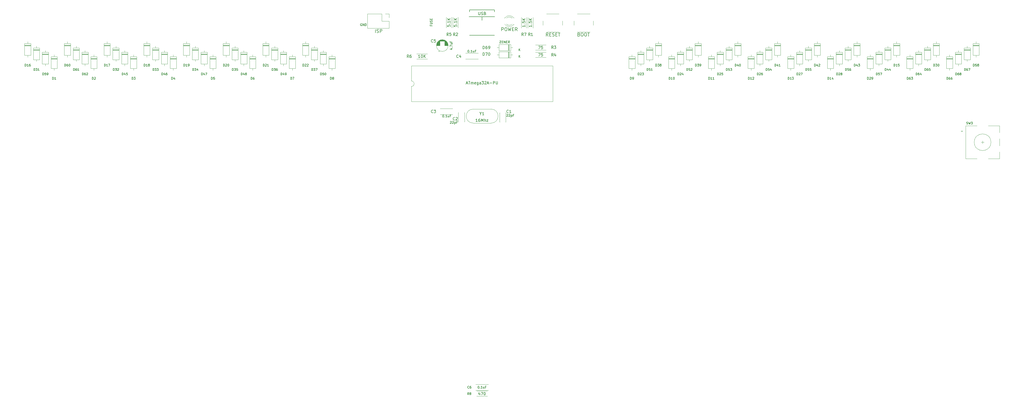
<source format=gbr>
G04 #@! TF.GenerationSoftware,KiCad,Pcbnew,(5.1.6)-1*
G04 #@! TF.CreationDate,2020-09-04T21:54:12-05:00*
G04 #@! TF.ProjectId,keyboard,6b657962-6f61-4726-942e-6b696361645f,rev?*
G04 #@! TF.SameCoordinates,Original*
G04 #@! TF.FileFunction,Legend,Top*
G04 #@! TF.FilePolarity,Positive*
%FSLAX46Y46*%
G04 Gerber Fmt 4.6, Leading zero omitted, Abs format (unit mm)*
G04 Created by KiCad (PCBNEW (5.1.6)-1) date 2020-09-04 21:54:12*
%MOMM*%
%LPD*%
G01*
G04 APERTURE LIST*
%ADD10C,0.150000*%
%ADD11C,0.120000*%
%ADD12C,0.200000*%
G04 APERTURE END LIST*
D10*
X205581476Y-91255904D02*
X206114809Y-91255904D01*
X205581476Y-92055904D01*
X206114809Y-92055904D01*
X206419571Y-91636857D02*
X206686238Y-91636857D01*
X206800523Y-92055904D02*
X206419571Y-92055904D01*
X206419571Y-91255904D01*
X206800523Y-91255904D01*
X207143380Y-92055904D02*
X207143380Y-91255904D01*
X207600523Y-92055904D01*
X207600523Y-91255904D01*
X207981476Y-91636857D02*
X208248142Y-91636857D01*
X208362428Y-92055904D02*
X207981476Y-92055904D01*
X207981476Y-91255904D01*
X208362428Y-91255904D01*
X209162428Y-92055904D02*
X208895761Y-91674952D01*
X208705285Y-92055904D02*
X208705285Y-91255904D01*
X209010047Y-91255904D01*
X209086238Y-91294000D01*
X209124333Y-91332095D01*
X209162428Y-91408285D01*
X209162428Y-91522571D01*
X209124333Y-91598761D01*
X209086238Y-91636857D01*
X209010047Y-91674952D01*
X208705285Y-91674952D01*
X155949726Y-85039250D02*
X155873535Y-85001154D01*
X155759250Y-85001154D01*
X155644964Y-85039250D01*
X155568773Y-85115440D01*
X155530678Y-85191630D01*
X155492583Y-85344011D01*
X155492583Y-85458297D01*
X155530678Y-85610678D01*
X155568773Y-85686869D01*
X155644964Y-85763059D01*
X155759250Y-85801154D01*
X155835440Y-85801154D01*
X155949726Y-85763059D01*
X155987821Y-85724964D01*
X155987821Y-85458297D01*
X155835440Y-85458297D01*
X156330678Y-85801154D02*
X156330678Y-85001154D01*
X156787821Y-85801154D01*
X156787821Y-85001154D01*
X157168773Y-85801154D02*
X157168773Y-85001154D01*
X157359250Y-85001154D01*
X157473535Y-85039250D01*
X157549726Y-85115440D01*
X157587821Y-85191630D01*
X157625916Y-85344011D01*
X157625916Y-85458297D01*
X157587821Y-85610678D01*
X157549726Y-85686869D01*
X157473535Y-85763059D01*
X157359250Y-85801154D01*
X157168773Y-85801154D01*
D11*
X173803000Y-100220000D02*
X173803000Y-105680000D01*
X224723000Y-100220000D02*
X173803000Y-100220000D01*
X224723000Y-113140000D02*
X224723000Y-100220000D01*
X173803000Y-113140000D02*
X224723000Y-113140000D01*
X173803000Y-107680000D02*
X173803000Y-113140000D01*
X173803000Y-105680000D02*
G75*
G02*
X173803000Y-107680000I0J-1000000D01*
G01*
X193350000Y-95687250D02*
X193350000Y-95672250D01*
X193350000Y-97812250D02*
X193350000Y-97797250D01*
X197890000Y-95687250D02*
X197890000Y-95672250D01*
X197890000Y-97812250D02*
X197890000Y-97797250D01*
X197890000Y-95672250D02*
X193350000Y-95672250D01*
X197890000Y-97812250D02*
X193350000Y-97812250D01*
X208974500Y-94750750D02*
X208974500Y-92510750D01*
X208734500Y-94750750D02*
X208734500Y-92510750D01*
X208854500Y-94750750D02*
X208854500Y-92510750D01*
X204684500Y-93630750D02*
X205334500Y-93630750D01*
X210224500Y-93630750D02*
X209574500Y-93630750D01*
X205334500Y-94750750D02*
X209574500Y-94750750D01*
X205334500Y-92510750D02*
X205334500Y-94750750D01*
X209574500Y-92510750D02*
X205334500Y-92510750D01*
X209574500Y-94750750D02*
X209574500Y-92510750D01*
X186405000Y-82689000D02*
X186405000Y-86529000D01*
X188245000Y-82689000D02*
X188245000Y-86529000D01*
X188786250Y-82689000D02*
X188786250Y-86529000D01*
X190626250Y-82689000D02*
X190626250Y-86529000D01*
X205637500Y-120440250D02*
X205572500Y-120440250D01*
X207812500Y-120440250D02*
X207747500Y-120440250D01*
X205637500Y-117200250D02*
X205572500Y-117200250D01*
X207812500Y-117200250D02*
X207747500Y-117200250D01*
X205572500Y-117200250D02*
X205572500Y-120440250D01*
X207812500Y-117200250D02*
X207812500Y-120440250D01*
X215232500Y-86597250D02*
X215232500Y-82757250D01*
X213392500Y-86597250D02*
X213392500Y-82757250D01*
X222265000Y-95314250D02*
X218425000Y-95314250D01*
X222265000Y-97154250D02*
X218425000Y-97154250D01*
X222265000Y-92679000D02*
X218425000Y-92679000D01*
X222265000Y-94519000D02*
X218425000Y-94519000D01*
X208974500Y-97354250D02*
X208974500Y-95114250D01*
X208734500Y-97354250D02*
X208734500Y-95114250D01*
X208854500Y-97354250D02*
X208854500Y-95114250D01*
X204684500Y-96234250D02*
X205334500Y-96234250D01*
X210224500Y-96234250D02*
X209574500Y-96234250D01*
X205334500Y-97354250D02*
X209574500Y-97354250D01*
X205334500Y-95114250D02*
X205334500Y-97354250D01*
X209574500Y-95114250D02*
X205334500Y-95114250D01*
X209574500Y-97354250D02*
X209574500Y-95114250D01*
X184142500Y-115626250D02*
X184142500Y-115611250D01*
X184142500Y-117751250D02*
X184142500Y-117736250D01*
X188682500Y-115626250D02*
X188682500Y-115611250D01*
X188682500Y-117751250D02*
X188682500Y-117736250D01*
X188682500Y-115611250D02*
X184142500Y-115611250D01*
X188682500Y-117751250D02*
X184142500Y-117751250D01*
X190778500Y-120345000D02*
X190713500Y-120345000D01*
X192953500Y-120345000D02*
X192888500Y-120345000D01*
X190778500Y-117105000D02*
X190713500Y-117105000D01*
X192953500Y-117105000D02*
X192888500Y-117105000D01*
X190713500Y-117105000D02*
X190713500Y-120345000D01*
X192953500Y-117105000D02*
X192953500Y-120345000D01*
X202499500Y-115807250D02*
X196099500Y-115807250D01*
X202499500Y-120857250D02*
X196099500Y-120857250D01*
X202499500Y-115807250D02*
G75*
G02*
X202499500Y-120857250I0J-2525000D01*
G01*
X196099500Y-115807250D02*
G75*
G03*
X196099500Y-120857250I0J-2525000D01*
G01*
X378912500Y-127750000D02*
X379912500Y-127750000D01*
X379412500Y-127250000D02*
X379412500Y-128250000D01*
X385512500Y-131250000D02*
X385512500Y-133650000D01*
X385512500Y-126450000D02*
X385512500Y-129050000D01*
X385512500Y-121850000D02*
X385512500Y-124250000D01*
X372212500Y-123650000D02*
X371912500Y-123950000D01*
X371612500Y-123650000D02*
X372212500Y-123650000D01*
X371912500Y-123950000D02*
X371612500Y-123650000D01*
X373312500Y-121850000D02*
X373312500Y-133650000D01*
X377412500Y-121850000D02*
X373312500Y-121850000D01*
X377412500Y-133650000D02*
X373312500Y-133650000D01*
X385512500Y-133650000D02*
X381412500Y-133650000D01*
X381412500Y-121850000D02*
X385512500Y-121850000D01*
X382412500Y-127750000D02*
G75*
G03*
X382412500Y-127750000I-3000000J0D01*
G01*
X196953000Y-214925250D02*
X201493000Y-214925250D01*
X196953000Y-217065250D02*
X201493000Y-217065250D01*
X196953000Y-214925250D02*
X196953000Y-214940250D01*
X196953000Y-217050250D02*
X196953000Y-217065250D01*
X201493000Y-214925250D02*
X201493000Y-214940250D01*
X201493000Y-217050250D02*
X201493000Y-217065250D01*
X260676250Y-93765000D02*
X258436250Y-93765000D01*
X258436250Y-93765000D02*
X258436250Y-98005000D01*
X258436250Y-98005000D02*
X260676250Y-98005000D01*
X260676250Y-98005000D02*
X260676250Y-93765000D01*
X259556250Y-93115000D02*
X259556250Y-93765000D01*
X259556250Y-98655000D02*
X259556250Y-98005000D01*
X260676250Y-94485000D02*
X258436250Y-94485000D01*
X260676250Y-94605000D02*
X258436250Y-94605000D01*
X260676250Y-94365000D02*
X258436250Y-94365000D01*
X117801250Y-96940000D02*
X115561250Y-96940000D01*
X115561250Y-96940000D02*
X115561250Y-101180000D01*
X115561250Y-101180000D02*
X117801250Y-101180000D01*
X117801250Y-101180000D02*
X117801250Y-96940000D01*
X116681250Y-96290000D02*
X116681250Y-96940000D01*
X116681250Y-101830000D02*
X116681250Y-101180000D01*
X117801250Y-97660000D02*
X115561250Y-97660000D01*
X117801250Y-97780000D02*
X115561250Y-97780000D01*
X117801250Y-97540000D02*
X115561250Y-97540000D01*
X201151250Y-217361250D02*
X197311250Y-217361250D01*
X201151250Y-219201250D02*
X197311250Y-219201250D01*
X128913750Y-95352500D02*
X126673750Y-95352500D01*
X126673750Y-95352500D02*
X126673750Y-99592500D01*
X126673750Y-99592500D02*
X128913750Y-99592500D01*
X128913750Y-99592500D02*
X128913750Y-95352500D01*
X127793750Y-94702500D02*
X127793750Y-95352500D01*
X127793750Y-100242500D02*
X127793750Y-99592500D01*
X128913750Y-96072500D02*
X126673750Y-96072500D01*
X128913750Y-96192500D02*
X126673750Y-96192500D01*
X128913750Y-95952500D02*
X126673750Y-95952500D01*
X215773750Y-82757250D02*
X215773750Y-86597250D01*
X217613750Y-82757250D02*
X217613750Y-86597250D01*
X210633750Y-85373500D02*
X210633750Y-85217500D01*
X210633750Y-83057500D02*
X210633750Y-82901500D01*
X208032620Y-83057663D02*
G75*
G02*
X210114711Y-83057500I1041130J-1079837D01*
G01*
X208032620Y-85217337D02*
G75*
G03*
X210114711Y-85217500I1041130J1079837D01*
G01*
X207401415Y-83058892D02*
G75*
G02*
X210633750Y-82901984I1672335J-1078608D01*
G01*
X207401415Y-85216108D02*
G75*
G03*
X210633750Y-85373016I1672335J1078608D01*
G01*
X371801250Y-95352500D02*
X369561250Y-95352500D01*
X369561250Y-95352500D02*
X369561250Y-99592500D01*
X369561250Y-99592500D02*
X371801250Y-99592500D01*
X371801250Y-99592500D02*
X371801250Y-95352500D01*
X370681250Y-94702500D02*
X370681250Y-95352500D01*
X370681250Y-100242500D02*
X370681250Y-99592500D01*
X371801250Y-96072500D02*
X369561250Y-96072500D01*
X371801250Y-96192500D02*
X369561250Y-96192500D01*
X371801250Y-95952500D02*
X369561250Y-95952500D01*
X374976250Y-93765000D02*
X372736250Y-93765000D01*
X372736250Y-93765000D02*
X372736250Y-98005000D01*
X372736250Y-98005000D02*
X374976250Y-98005000D01*
X374976250Y-98005000D02*
X374976250Y-93765000D01*
X373856250Y-93115000D02*
X373856250Y-93765000D01*
X373856250Y-98655000D02*
X373856250Y-98005000D01*
X374976250Y-94485000D02*
X372736250Y-94485000D01*
X374976250Y-94605000D02*
X372736250Y-94605000D01*
X374976250Y-94365000D02*
X372736250Y-94365000D01*
X368626250Y-96940000D02*
X366386250Y-96940000D01*
X366386250Y-96940000D02*
X366386250Y-101180000D01*
X366386250Y-101180000D02*
X368626250Y-101180000D01*
X368626250Y-101180000D02*
X368626250Y-96940000D01*
X367506250Y-96290000D02*
X367506250Y-96940000D01*
X367506250Y-101830000D02*
X367506250Y-101180000D01*
X368626250Y-97660000D02*
X366386250Y-97660000D01*
X368626250Y-97780000D02*
X366386250Y-97780000D01*
X368626250Y-97540000D02*
X366386250Y-97540000D01*
X360688750Y-93765000D02*
X358448750Y-93765000D01*
X358448750Y-93765000D02*
X358448750Y-98005000D01*
X358448750Y-98005000D02*
X360688750Y-98005000D01*
X360688750Y-98005000D02*
X360688750Y-93765000D01*
X359568750Y-93115000D02*
X359568750Y-93765000D01*
X359568750Y-98655000D02*
X359568750Y-98005000D01*
X360688750Y-94485000D02*
X358448750Y-94485000D01*
X360688750Y-94605000D02*
X358448750Y-94605000D01*
X360688750Y-94365000D02*
X358448750Y-94365000D01*
X357513750Y-95352500D02*
X355273750Y-95352500D01*
X355273750Y-95352500D02*
X355273750Y-99592500D01*
X355273750Y-99592500D02*
X357513750Y-99592500D01*
X357513750Y-99592500D02*
X357513750Y-95352500D01*
X356393750Y-94702500D02*
X356393750Y-95352500D01*
X356393750Y-100242500D02*
X356393750Y-99592500D01*
X357513750Y-96072500D02*
X355273750Y-96072500D01*
X357513750Y-96192500D02*
X355273750Y-96192500D01*
X357513750Y-95952500D02*
X355273750Y-95952500D01*
X354338750Y-96940000D02*
X352098750Y-96940000D01*
X352098750Y-96940000D02*
X352098750Y-101180000D01*
X352098750Y-101180000D02*
X354338750Y-101180000D01*
X354338750Y-101180000D02*
X354338750Y-96940000D01*
X353218750Y-96290000D02*
X353218750Y-96940000D01*
X353218750Y-101830000D02*
X353218750Y-101180000D01*
X354338750Y-97660000D02*
X352098750Y-97660000D01*
X354338750Y-97780000D02*
X352098750Y-97780000D01*
X354338750Y-97540000D02*
X352098750Y-97540000D01*
X57476250Y-95352500D02*
X55236250Y-95352500D01*
X55236250Y-95352500D02*
X55236250Y-99592500D01*
X55236250Y-99592500D02*
X57476250Y-99592500D01*
X57476250Y-99592500D02*
X57476250Y-95352500D01*
X56356250Y-94702500D02*
X56356250Y-95352500D01*
X56356250Y-100242500D02*
X56356250Y-99592500D01*
X57476250Y-96072500D02*
X55236250Y-96072500D01*
X57476250Y-96192500D02*
X55236250Y-96192500D01*
X57476250Y-95952500D02*
X55236250Y-95952500D01*
X54301250Y-93765000D02*
X52061250Y-93765000D01*
X52061250Y-93765000D02*
X52061250Y-98005000D01*
X52061250Y-98005000D02*
X54301250Y-98005000D01*
X54301250Y-98005000D02*
X54301250Y-93765000D01*
X53181250Y-93115000D02*
X53181250Y-93765000D01*
X53181250Y-98655000D02*
X53181250Y-98005000D01*
X54301250Y-94485000D02*
X52061250Y-94485000D01*
X54301250Y-94605000D02*
X52061250Y-94605000D01*
X54301250Y-94365000D02*
X52061250Y-94365000D01*
X51126250Y-92177500D02*
X48886250Y-92177500D01*
X48886250Y-92177500D02*
X48886250Y-96417500D01*
X48886250Y-96417500D02*
X51126250Y-96417500D01*
X51126250Y-96417500D02*
X51126250Y-92177500D01*
X50006250Y-91527500D02*
X50006250Y-92177500D01*
X50006250Y-97067500D02*
X50006250Y-96417500D01*
X51126250Y-92897500D02*
X48886250Y-92897500D01*
X51126250Y-93017500D02*
X48886250Y-93017500D01*
X51126250Y-92777500D02*
X48886250Y-92777500D01*
X43188750Y-95352500D02*
X40948750Y-95352500D01*
X40948750Y-95352500D02*
X40948750Y-99592500D01*
X40948750Y-99592500D02*
X43188750Y-99592500D01*
X43188750Y-99592500D02*
X43188750Y-95352500D01*
X42068750Y-94702500D02*
X42068750Y-95352500D01*
X42068750Y-100242500D02*
X42068750Y-99592500D01*
X43188750Y-96072500D02*
X40948750Y-96072500D01*
X43188750Y-96192500D02*
X40948750Y-96192500D01*
X43188750Y-95952500D02*
X40948750Y-95952500D01*
X378151250Y-92177500D02*
X375911250Y-92177500D01*
X375911250Y-92177500D02*
X375911250Y-96417500D01*
X375911250Y-96417500D02*
X378151250Y-96417500D01*
X378151250Y-96417500D02*
X378151250Y-92177500D01*
X377031250Y-91527500D02*
X377031250Y-92177500D01*
X377031250Y-97067500D02*
X377031250Y-96417500D01*
X378151250Y-92897500D02*
X375911250Y-92897500D01*
X378151250Y-93017500D02*
X375911250Y-93017500D01*
X378151250Y-92777500D02*
X375911250Y-92777500D01*
X343226250Y-95352500D02*
X340986250Y-95352500D01*
X340986250Y-95352500D02*
X340986250Y-99592500D01*
X340986250Y-99592500D02*
X343226250Y-99592500D01*
X343226250Y-99592500D02*
X343226250Y-95352500D01*
X342106250Y-94702500D02*
X342106250Y-95352500D01*
X342106250Y-100242500D02*
X342106250Y-99592500D01*
X343226250Y-96072500D02*
X340986250Y-96072500D01*
X343226250Y-96192500D02*
X340986250Y-96192500D01*
X343226250Y-95952500D02*
X340986250Y-95952500D01*
X332113750Y-93765000D02*
X329873750Y-93765000D01*
X329873750Y-93765000D02*
X329873750Y-98005000D01*
X329873750Y-98005000D02*
X332113750Y-98005000D01*
X332113750Y-98005000D02*
X332113750Y-93765000D01*
X330993750Y-93115000D02*
X330993750Y-93765000D01*
X330993750Y-98655000D02*
X330993750Y-98005000D01*
X332113750Y-94485000D02*
X329873750Y-94485000D01*
X332113750Y-94605000D02*
X329873750Y-94605000D01*
X332113750Y-94365000D02*
X329873750Y-94365000D01*
X317826250Y-93765000D02*
X315586250Y-93765000D01*
X315586250Y-93765000D02*
X315586250Y-98005000D01*
X315586250Y-98005000D02*
X317826250Y-98005000D01*
X317826250Y-98005000D02*
X317826250Y-93765000D01*
X316706250Y-93115000D02*
X316706250Y-93765000D01*
X316706250Y-98655000D02*
X316706250Y-98005000D01*
X317826250Y-94485000D02*
X315586250Y-94485000D01*
X317826250Y-94605000D02*
X315586250Y-94605000D01*
X317826250Y-94365000D02*
X315586250Y-94365000D01*
X303538750Y-93765000D02*
X301298750Y-93765000D01*
X301298750Y-93765000D02*
X301298750Y-98005000D01*
X301298750Y-98005000D02*
X303538750Y-98005000D01*
X303538750Y-98005000D02*
X303538750Y-93765000D01*
X302418750Y-93115000D02*
X302418750Y-93765000D01*
X302418750Y-98655000D02*
X302418750Y-98005000D01*
X303538750Y-94485000D02*
X301298750Y-94485000D01*
X303538750Y-94605000D02*
X301298750Y-94605000D01*
X303538750Y-94365000D02*
X301298750Y-94365000D01*
X289251250Y-93765000D02*
X287011250Y-93765000D01*
X287011250Y-93765000D02*
X287011250Y-98005000D01*
X287011250Y-98005000D02*
X289251250Y-98005000D01*
X289251250Y-98005000D02*
X289251250Y-93765000D01*
X288131250Y-93115000D02*
X288131250Y-93765000D01*
X288131250Y-98655000D02*
X288131250Y-98005000D01*
X289251250Y-94485000D02*
X287011250Y-94485000D01*
X289251250Y-94605000D02*
X287011250Y-94605000D01*
X289251250Y-94365000D02*
X287011250Y-94365000D01*
X274963750Y-93765000D02*
X272723750Y-93765000D01*
X272723750Y-93765000D02*
X272723750Y-98005000D01*
X272723750Y-98005000D02*
X274963750Y-98005000D01*
X274963750Y-98005000D02*
X274963750Y-93765000D01*
X273843750Y-93115000D02*
X273843750Y-93765000D01*
X273843750Y-98655000D02*
X273843750Y-98005000D01*
X274963750Y-94485000D02*
X272723750Y-94485000D01*
X274963750Y-94605000D02*
X272723750Y-94605000D01*
X274963750Y-94365000D02*
X272723750Y-94365000D01*
X143201250Y-95352500D02*
X140961250Y-95352500D01*
X140961250Y-95352500D02*
X140961250Y-99592500D01*
X140961250Y-99592500D02*
X143201250Y-99592500D01*
X143201250Y-99592500D02*
X143201250Y-95352500D01*
X142081250Y-94702500D02*
X142081250Y-95352500D01*
X142081250Y-100242500D02*
X142081250Y-99592500D01*
X143201250Y-96072500D02*
X140961250Y-96072500D01*
X143201250Y-96192500D02*
X140961250Y-96192500D01*
X143201250Y-95952500D02*
X140961250Y-95952500D01*
X114626250Y-95952500D02*
X112386250Y-95952500D01*
X114626250Y-96192500D02*
X112386250Y-96192500D01*
X114626250Y-96072500D02*
X112386250Y-96072500D01*
X113506250Y-100242500D02*
X113506250Y-99592500D01*
X113506250Y-94702500D02*
X113506250Y-95352500D01*
X114626250Y-99592500D02*
X114626250Y-95352500D01*
X112386250Y-99592500D02*
X114626250Y-99592500D01*
X112386250Y-95352500D02*
X112386250Y-99592500D01*
X114626250Y-95352500D02*
X112386250Y-95352500D01*
X100338750Y-95352500D02*
X98098750Y-95352500D01*
X98098750Y-95352500D02*
X98098750Y-99592500D01*
X98098750Y-99592500D02*
X100338750Y-99592500D01*
X100338750Y-99592500D02*
X100338750Y-95352500D01*
X99218750Y-94702500D02*
X99218750Y-95352500D01*
X99218750Y-100242500D02*
X99218750Y-99592500D01*
X100338750Y-96072500D02*
X98098750Y-96072500D01*
X100338750Y-96192500D02*
X98098750Y-96192500D01*
X100338750Y-95952500D02*
X98098750Y-95952500D01*
X86051250Y-95352500D02*
X83811250Y-95352500D01*
X83811250Y-95352500D02*
X83811250Y-99592500D01*
X83811250Y-99592500D02*
X86051250Y-99592500D01*
X86051250Y-99592500D02*
X86051250Y-95352500D01*
X84931250Y-94702500D02*
X84931250Y-95352500D01*
X84931250Y-100242500D02*
X84931250Y-99592500D01*
X86051250Y-96072500D02*
X83811250Y-96072500D01*
X86051250Y-96192500D02*
X83811250Y-96192500D01*
X86051250Y-95952500D02*
X83811250Y-95952500D01*
X71763750Y-95352500D02*
X69523750Y-95352500D01*
X69523750Y-95352500D02*
X69523750Y-99592500D01*
X69523750Y-99592500D02*
X71763750Y-99592500D01*
X71763750Y-99592500D02*
X71763750Y-95352500D01*
X70643750Y-94702500D02*
X70643750Y-95352500D01*
X70643750Y-100242500D02*
X70643750Y-99592500D01*
X71763750Y-96072500D02*
X69523750Y-96072500D01*
X71763750Y-96192500D02*
X69523750Y-96192500D01*
X71763750Y-95952500D02*
X69523750Y-95952500D01*
X346401250Y-93765000D02*
X344161250Y-93765000D01*
X344161250Y-93765000D02*
X344161250Y-98005000D01*
X344161250Y-98005000D02*
X346401250Y-98005000D01*
X346401250Y-98005000D02*
X346401250Y-93765000D01*
X345281250Y-93115000D02*
X345281250Y-93765000D01*
X345281250Y-98655000D02*
X345281250Y-98005000D01*
X346401250Y-94485000D02*
X344161250Y-94485000D01*
X346401250Y-94605000D02*
X344161250Y-94605000D01*
X346401250Y-94365000D02*
X344161250Y-94365000D01*
X335288750Y-92177500D02*
X333048750Y-92177500D01*
X333048750Y-92177500D02*
X333048750Y-96417500D01*
X333048750Y-96417500D02*
X335288750Y-96417500D01*
X335288750Y-96417500D02*
X335288750Y-92177500D01*
X334168750Y-91527500D02*
X334168750Y-92177500D01*
X334168750Y-97067500D02*
X334168750Y-96417500D01*
X335288750Y-92897500D02*
X333048750Y-92897500D01*
X335288750Y-93017500D02*
X333048750Y-93017500D01*
X335288750Y-92777500D02*
X333048750Y-92777500D01*
X321001250Y-92177500D02*
X318761250Y-92177500D01*
X318761250Y-92177500D02*
X318761250Y-96417500D01*
X318761250Y-96417500D02*
X321001250Y-96417500D01*
X321001250Y-96417500D02*
X321001250Y-92177500D01*
X319881250Y-91527500D02*
X319881250Y-92177500D01*
X319881250Y-97067500D02*
X319881250Y-96417500D01*
X321001250Y-92897500D02*
X318761250Y-92897500D01*
X321001250Y-93017500D02*
X318761250Y-93017500D01*
X321001250Y-92777500D02*
X318761250Y-92777500D01*
X306713750Y-92177500D02*
X304473750Y-92177500D01*
X304473750Y-92177500D02*
X304473750Y-96417500D01*
X304473750Y-96417500D02*
X306713750Y-96417500D01*
X306713750Y-96417500D02*
X306713750Y-92177500D01*
X305593750Y-91527500D02*
X305593750Y-92177500D01*
X305593750Y-97067500D02*
X305593750Y-96417500D01*
X306713750Y-92897500D02*
X304473750Y-92897500D01*
X306713750Y-93017500D02*
X304473750Y-93017500D01*
X306713750Y-92777500D02*
X304473750Y-92777500D01*
X292426250Y-92177500D02*
X290186250Y-92177500D01*
X290186250Y-92177500D02*
X290186250Y-96417500D01*
X290186250Y-96417500D02*
X292426250Y-96417500D01*
X292426250Y-96417500D02*
X292426250Y-92177500D01*
X291306250Y-91527500D02*
X291306250Y-92177500D01*
X291306250Y-97067500D02*
X291306250Y-96417500D01*
X292426250Y-92897500D02*
X290186250Y-92897500D01*
X292426250Y-93017500D02*
X290186250Y-93017500D01*
X292426250Y-92777500D02*
X290186250Y-92777500D01*
X278138750Y-92177500D02*
X275898750Y-92177500D01*
X275898750Y-92177500D02*
X275898750Y-96417500D01*
X275898750Y-96417500D02*
X278138750Y-96417500D01*
X278138750Y-96417500D02*
X278138750Y-92177500D01*
X277018750Y-91527500D02*
X277018750Y-92177500D01*
X277018750Y-97067500D02*
X277018750Y-96417500D01*
X278138750Y-92897500D02*
X275898750Y-92897500D01*
X278138750Y-93017500D02*
X275898750Y-93017500D01*
X278138750Y-92777500D02*
X275898750Y-92777500D01*
X263851250Y-92177500D02*
X261611250Y-92177500D01*
X261611250Y-92177500D02*
X261611250Y-96417500D01*
X261611250Y-96417500D02*
X263851250Y-96417500D01*
X263851250Y-96417500D02*
X263851250Y-92177500D01*
X262731250Y-91527500D02*
X262731250Y-92177500D01*
X262731250Y-97067500D02*
X262731250Y-96417500D01*
X263851250Y-92897500D02*
X261611250Y-92897500D01*
X263851250Y-93017500D02*
X261611250Y-93017500D01*
X263851250Y-92777500D02*
X261611250Y-92777500D01*
X140026250Y-93765000D02*
X137786250Y-93765000D01*
X137786250Y-93765000D02*
X137786250Y-98005000D01*
X137786250Y-98005000D02*
X140026250Y-98005000D01*
X140026250Y-98005000D02*
X140026250Y-93765000D01*
X138906250Y-93115000D02*
X138906250Y-93765000D01*
X138906250Y-98655000D02*
X138906250Y-98005000D01*
X140026250Y-94485000D02*
X137786250Y-94485000D01*
X140026250Y-94605000D02*
X137786250Y-94605000D01*
X140026250Y-94365000D02*
X137786250Y-94365000D01*
X125738750Y-93765000D02*
X123498750Y-93765000D01*
X123498750Y-93765000D02*
X123498750Y-98005000D01*
X123498750Y-98005000D02*
X125738750Y-98005000D01*
X125738750Y-98005000D02*
X125738750Y-93765000D01*
X124618750Y-93115000D02*
X124618750Y-93765000D01*
X124618750Y-98655000D02*
X124618750Y-98005000D01*
X125738750Y-94485000D02*
X123498750Y-94485000D01*
X125738750Y-94605000D02*
X123498750Y-94605000D01*
X125738750Y-94365000D02*
X123498750Y-94365000D01*
X111451250Y-93765000D02*
X109211250Y-93765000D01*
X109211250Y-93765000D02*
X109211250Y-98005000D01*
X109211250Y-98005000D02*
X111451250Y-98005000D01*
X111451250Y-98005000D02*
X111451250Y-93765000D01*
X110331250Y-93115000D02*
X110331250Y-93765000D01*
X110331250Y-98655000D02*
X110331250Y-98005000D01*
X111451250Y-94485000D02*
X109211250Y-94485000D01*
X111451250Y-94605000D02*
X109211250Y-94605000D01*
X111451250Y-94365000D02*
X109211250Y-94365000D01*
X97163750Y-93765000D02*
X94923750Y-93765000D01*
X94923750Y-93765000D02*
X94923750Y-98005000D01*
X94923750Y-98005000D02*
X97163750Y-98005000D01*
X97163750Y-98005000D02*
X97163750Y-93765000D01*
X96043750Y-93115000D02*
X96043750Y-93765000D01*
X96043750Y-98655000D02*
X96043750Y-98005000D01*
X97163750Y-94485000D02*
X94923750Y-94485000D01*
X97163750Y-94605000D02*
X94923750Y-94605000D01*
X97163750Y-94365000D02*
X94923750Y-94365000D01*
X82876250Y-93765000D02*
X80636250Y-93765000D01*
X80636250Y-93765000D02*
X80636250Y-98005000D01*
X80636250Y-98005000D02*
X82876250Y-98005000D01*
X82876250Y-98005000D02*
X82876250Y-93765000D01*
X81756250Y-93115000D02*
X81756250Y-93765000D01*
X81756250Y-98655000D02*
X81756250Y-98005000D01*
X82876250Y-94485000D02*
X80636250Y-94485000D01*
X82876250Y-94605000D02*
X80636250Y-94605000D01*
X82876250Y-94365000D02*
X80636250Y-94365000D01*
X68588750Y-93765000D02*
X66348750Y-93765000D01*
X66348750Y-93765000D02*
X66348750Y-98005000D01*
X66348750Y-98005000D02*
X68588750Y-98005000D01*
X68588750Y-98005000D02*
X68588750Y-93765000D01*
X67468750Y-93115000D02*
X67468750Y-93765000D01*
X67468750Y-98655000D02*
X67468750Y-98005000D01*
X68588750Y-94485000D02*
X66348750Y-94485000D01*
X68588750Y-94605000D02*
X66348750Y-94605000D01*
X68588750Y-94365000D02*
X66348750Y-94365000D01*
X40013750Y-93765000D02*
X37773750Y-93765000D01*
X37773750Y-93765000D02*
X37773750Y-98005000D01*
X37773750Y-98005000D02*
X40013750Y-98005000D01*
X40013750Y-98005000D02*
X40013750Y-93765000D01*
X38893750Y-93115000D02*
X38893750Y-93765000D01*
X38893750Y-98655000D02*
X38893750Y-98005000D01*
X40013750Y-94485000D02*
X37773750Y-94485000D01*
X40013750Y-94605000D02*
X37773750Y-94605000D01*
X40013750Y-94365000D02*
X37773750Y-94365000D01*
X363863750Y-92177500D02*
X361623750Y-92177500D01*
X361623750Y-92177500D02*
X361623750Y-96417500D01*
X361623750Y-96417500D02*
X363863750Y-96417500D01*
X363863750Y-96417500D02*
X363863750Y-92177500D01*
X362743750Y-91527500D02*
X362743750Y-92177500D01*
X362743750Y-97067500D02*
X362743750Y-96417500D01*
X363863750Y-92897500D02*
X361623750Y-92897500D01*
X363863750Y-93017500D02*
X361623750Y-93017500D01*
X363863750Y-92777500D02*
X361623750Y-92777500D01*
X340051250Y-96940000D02*
X337811250Y-96940000D01*
X337811250Y-96940000D02*
X337811250Y-101180000D01*
X337811250Y-101180000D02*
X340051250Y-101180000D01*
X340051250Y-101180000D02*
X340051250Y-96940000D01*
X338931250Y-96290000D02*
X338931250Y-96940000D01*
X338931250Y-101830000D02*
X338931250Y-101180000D01*
X340051250Y-97660000D02*
X337811250Y-97660000D01*
X340051250Y-97780000D02*
X337811250Y-97780000D01*
X340051250Y-97540000D02*
X337811250Y-97540000D01*
X328938750Y-95352500D02*
X326698750Y-95352500D01*
X326698750Y-95352500D02*
X326698750Y-99592500D01*
X326698750Y-99592500D02*
X328938750Y-99592500D01*
X328938750Y-99592500D02*
X328938750Y-95352500D01*
X327818750Y-94702500D02*
X327818750Y-95352500D01*
X327818750Y-100242500D02*
X327818750Y-99592500D01*
X328938750Y-96072500D02*
X326698750Y-96072500D01*
X328938750Y-96192500D02*
X326698750Y-96192500D01*
X328938750Y-95952500D02*
X326698750Y-95952500D01*
X314651250Y-95352500D02*
X312411250Y-95352500D01*
X312411250Y-95352500D02*
X312411250Y-99592500D01*
X312411250Y-99592500D02*
X314651250Y-99592500D01*
X314651250Y-99592500D02*
X314651250Y-95352500D01*
X313531250Y-94702500D02*
X313531250Y-95352500D01*
X313531250Y-100242500D02*
X313531250Y-99592500D01*
X314651250Y-96072500D02*
X312411250Y-96072500D01*
X314651250Y-96192500D02*
X312411250Y-96192500D01*
X314651250Y-95952500D02*
X312411250Y-95952500D01*
X300363750Y-95352500D02*
X298123750Y-95352500D01*
X298123750Y-95352500D02*
X298123750Y-99592500D01*
X298123750Y-99592500D02*
X300363750Y-99592500D01*
X300363750Y-99592500D02*
X300363750Y-95352500D01*
X299243750Y-94702500D02*
X299243750Y-95352500D01*
X299243750Y-100242500D02*
X299243750Y-99592500D01*
X300363750Y-96072500D02*
X298123750Y-96072500D01*
X300363750Y-96192500D02*
X298123750Y-96192500D01*
X300363750Y-95952500D02*
X298123750Y-95952500D01*
X286076250Y-95352500D02*
X283836250Y-95352500D01*
X283836250Y-95352500D02*
X283836250Y-99592500D01*
X283836250Y-99592500D02*
X286076250Y-99592500D01*
X286076250Y-99592500D02*
X286076250Y-95352500D01*
X284956250Y-94702500D02*
X284956250Y-95352500D01*
X284956250Y-100242500D02*
X284956250Y-99592500D01*
X286076250Y-96072500D02*
X283836250Y-96072500D01*
X286076250Y-96192500D02*
X283836250Y-96192500D01*
X286076250Y-95952500D02*
X283836250Y-95952500D01*
X271788750Y-95352500D02*
X269548750Y-95352500D01*
X269548750Y-95352500D02*
X269548750Y-99592500D01*
X269548750Y-99592500D02*
X271788750Y-99592500D01*
X271788750Y-99592500D02*
X271788750Y-95352500D01*
X270668750Y-94702500D02*
X270668750Y-95352500D01*
X270668750Y-100242500D02*
X270668750Y-99592500D01*
X271788750Y-96072500D02*
X269548750Y-96072500D01*
X271788750Y-96192500D02*
X269548750Y-96192500D01*
X271788750Y-95952500D02*
X269548750Y-95952500D01*
X257501250Y-95352500D02*
X255261250Y-95352500D01*
X255261250Y-95352500D02*
X255261250Y-99592500D01*
X255261250Y-99592500D02*
X257501250Y-99592500D01*
X257501250Y-99592500D02*
X257501250Y-95352500D01*
X256381250Y-94702500D02*
X256381250Y-95352500D01*
X256381250Y-100242500D02*
X256381250Y-99592500D01*
X257501250Y-96072500D02*
X255261250Y-96072500D01*
X257501250Y-96192500D02*
X255261250Y-96192500D01*
X257501250Y-95952500D02*
X255261250Y-95952500D01*
X136851250Y-92177500D02*
X134611250Y-92177500D01*
X134611250Y-92177500D02*
X134611250Y-96417500D01*
X134611250Y-96417500D02*
X136851250Y-96417500D01*
X136851250Y-96417500D02*
X136851250Y-92177500D01*
X135731250Y-91527500D02*
X135731250Y-92177500D01*
X135731250Y-97067500D02*
X135731250Y-96417500D01*
X136851250Y-92897500D02*
X134611250Y-92897500D01*
X136851250Y-93017500D02*
X134611250Y-93017500D01*
X136851250Y-92777500D02*
X134611250Y-92777500D01*
X122563750Y-92177500D02*
X120323750Y-92177500D01*
X120323750Y-92177500D02*
X120323750Y-96417500D01*
X120323750Y-96417500D02*
X122563750Y-96417500D01*
X122563750Y-96417500D02*
X122563750Y-92177500D01*
X121443750Y-91527500D02*
X121443750Y-92177500D01*
X121443750Y-97067500D02*
X121443750Y-96417500D01*
X122563750Y-92897500D02*
X120323750Y-92897500D01*
X122563750Y-93017500D02*
X120323750Y-93017500D01*
X122563750Y-92777500D02*
X120323750Y-92777500D01*
X108276250Y-92177500D02*
X106036250Y-92177500D01*
X106036250Y-92177500D02*
X106036250Y-96417500D01*
X106036250Y-96417500D02*
X108276250Y-96417500D01*
X108276250Y-96417500D02*
X108276250Y-92177500D01*
X107156250Y-91527500D02*
X107156250Y-92177500D01*
X107156250Y-97067500D02*
X107156250Y-96417500D01*
X108276250Y-92897500D02*
X106036250Y-92897500D01*
X108276250Y-93017500D02*
X106036250Y-93017500D01*
X108276250Y-92777500D02*
X106036250Y-92777500D01*
X93988750Y-92177500D02*
X91748750Y-92177500D01*
X91748750Y-92177500D02*
X91748750Y-96417500D01*
X91748750Y-96417500D02*
X93988750Y-96417500D01*
X93988750Y-96417500D02*
X93988750Y-92177500D01*
X92868750Y-91527500D02*
X92868750Y-92177500D01*
X92868750Y-97067500D02*
X92868750Y-96417500D01*
X93988750Y-92897500D02*
X91748750Y-92897500D01*
X93988750Y-93017500D02*
X91748750Y-93017500D01*
X93988750Y-92777500D02*
X91748750Y-92777500D01*
X79701250Y-92177500D02*
X77461250Y-92177500D01*
X77461250Y-92177500D02*
X77461250Y-96417500D01*
X77461250Y-96417500D02*
X79701250Y-96417500D01*
X79701250Y-96417500D02*
X79701250Y-92177500D01*
X78581250Y-91527500D02*
X78581250Y-92177500D01*
X78581250Y-97067500D02*
X78581250Y-96417500D01*
X79701250Y-92897500D02*
X77461250Y-92897500D01*
X79701250Y-93017500D02*
X77461250Y-93017500D01*
X79701250Y-92777500D02*
X77461250Y-92777500D01*
X65413750Y-92777500D02*
X63173750Y-92777500D01*
X65413750Y-93017500D02*
X63173750Y-93017500D01*
X65413750Y-92897500D02*
X63173750Y-92897500D01*
X64293750Y-97067500D02*
X64293750Y-96417500D01*
X64293750Y-91527500D02*
X64293750Y-92177500D01*
X65413750Y-96417500D02*
X65413750Y-92177500D01*
X63173750Y-96417500D02*
X65413750Y-96417500D01*
X63173750Y-92177500D02*
X63173750Y-96417500D01*
X65413750Y-92177500D02*
X63173750Y-92177500D01*
X36838750Y-92777500D02*
X34598750Y-92777500D01*
X36838750Y-93017500D02*
X34598750Y-93017500D01*
X36838750Y-92897500D02*
X34598750Y-92897500D01*
X35718750Y-97067500D02*
X35718750Y-96417500D01*
X35718750Y-91527500D02*
X35718750Y-92177500D01*
X36838750Y-96417500D02*
X36838750Y-92177500D01*
X34598750Y-96417500D02*
X36838750Y-96417500D01*
X34598750Y-92177500D02*
X34598750Y-96417500D01*
X36838750Y-92177500D02*
X34598750Y-92177500D01*
X349576250Y-92177500D02*
X347336250Y-92177500D01*
X347336250Y-92177500D02*
X347336250Y-96417500D01*
X347336250Y-96417500D02*
X349576250Y-96417500D01*
X349576250Y-96417500D02*
X349576250Y-92177500D01*
X348456250Y-91527500D02*
X348456250Y-92177500D01*
X348456250Y-97067500D02*
X348456250Y-96417500D01*
X349576250Y-92897500D02*
X347336250Y-92897500D01*
X349576250Y-93017500D02*
X347336250Y-93017500D01*
X349576250Y-92777500D02*
X347336250Y-92777500D01*
X325763750Y-96940000D02*
X323523750Y-96940000D01*
X323523750Y-96940000D02*
X323523750Y-101180000D01*
X323523750Y-101180000D02*
X325763750Y-101180000D01*
X325763750Y-101180000D02*
X325763750Y-96940000D01*
X324643750Y-96290000D02*
X324643750Y-96940000D01*
X324643750Y-101830000D02*
X324643750Y-101180000D01*
X325763750Y-97660000D02*
X323523750Y-97660000D01*
X325763750Y-97780000D02*
X323523750Y-97780000D01*
X325763750Y-97540000D02*
X323523750Y-97540000D01*
X311476250Y-96940000D02*
X309236250Y-96940000D01*
X309236250Y-96940000D02*
X309236250Y-101180000D01*
X309236250Y-101180000D02*
X311476250Y-101180000D01*
X311476250Y-101180000D02*
X311476250Y-96940000D01*
X310356250Y-96290000D02*
X310356250Y-96940000D01*
X310356250Y-101830000D02*
X310356250Y-101180000D01*
X311476250Y-97660000D02*
X309236250Y-97660000D01*
X311476250Y-97780000D02*
X309236250Y-97780000D01*
X311476250Y-97540000D02*
X309236250Y-97540000D01*
X297188750Y-96940000D02*
X294948750Y-96940000D01*
X294948750Y-96940000D02*
X294948750Y-101180000D01*
X294948750Y-101180000D02*
X297188750Y-101180000D01*
X297188750Y-101180000D02*
X297188750Y-96940000D01*
X296068750Y-96290000D02*
X296068750Y-96940000D01*
X296068750Y-101830000D02*
X296068750Y-101180000D01*
X297188750Y-97660000D02*
X294948750Y-97660000D01*
X297188750Y-97780000D02*
X294948750Y-97780000D01*
X297188750Y-97540000D02*
X294948750Y-97540000D01*
X282901250Y-96940000D02*
X280661250Y-96940000D01*
X280661250Y-96940000D02*
X280661250Y-101180000D01*
X280661250Y-101180000D02*
X282901250Y-101180000D01*
X282901250Y-101180000D02*
X282901250Y-96940000D01*
X281781250Y-96290000D02*
X281781250Y-96940000D01*
X281781250Y-101830000D02*
X281781250Y-101180000D01*
X282901250Y-97660000D02*
X280661250Y-97660000D01*
X282901250Y-97780000D02*
X280661250Y-97780000D01*
X282901250Y-97540000D02*
X280661250Y-97540000D01*
X268613750Y-96940000D02*
X266373750Y-96940000D01*
X266373750Y-96940000D02*
X266373750Y-101180000D01*
X266373750Y-101180000D02*
X268613750Y-101180000D01*
X268613750Y-101180000D02*
X268613750Y-96940000D01*
X267493750Y-96290000D02*
X267493750Y-96940000D01*
X267493750Y-101830000D02*
X267493750Y-101180000D01*
X268613750Y-97660000D02*
X266373750Y-97660000D01*
X268613750Y-97780000D02*
X266373750Y-97780000D01*
X268613750Y-97540000D02*
X266373750Y-97540000D01*
X254326250Y-96940000D02*
X252086250Y-96940000D01*
X252086250Y-96940000D02*
X252086250Y-101180000D01*
X252086250Y-101180000D02*
X254326250Y-101180000D01*
X254326250Y-101180000D02*
X254326250Y-96940000D01*
X253206250Y-96290000D02*
X253206250Y-96940000D01*
X253206250Y-101830000D02*
X253206250Y-101180000D01*
X254326250Y-97660000D02*
X252086250Y-97660000D01*
X254326250Y-97780000D02*
X252086250Y-97780000D01*
X254326250Y-97540000D02*
X252086250Y-97540000D01*
X146376250Y-96940000D02*
X144136250Y-96940000D01*
X144136250Y-96940000D02*
X144136250Y-101180000D01*
X144136250Y-101180000D02*
X146376250Y-101180000D01*
X146376250Y-101180000D02*
X146376250Y-96940000D01*
X145256250Y-96290000D02*
X145256250Y-96940000D01*
X145256250Y-101830000D02*
X145256250Y-101180000D01*
X146376250Y-97660000D02*
X144136250Y-97660000D01*
X146376250Y-97780000D02*
X144136250Y-97780000D01*
X146376250Y-97540000D02*
X144136250Y-97540000D01*
X132088750Y-96940000D02*
X129848750Y-96940000D01*
X129848750Y-96940000D02*
X129848750Y-101180000D01*
X129848750Y-101180000D02*
X132088750Y-101180000D01*
X132088750Y-101180000D02*
X132088750Y-96940000D01*
X130968750Y-96290000D02*
X130968750Y-96940000D01*
X130968750Y-101830000D02*
X130968750Y-101180000D01*
X132088750Y-97660000D02*
X129848750Y-97660000D01*
X132088750Y-97780000D02*
X129848750Y-97780000D01*
X132088750Y-97540000D02*
X129848750Y-97540000D01*
X103513750Y-96940000D02*
X101273750Y-96940000D01*
X101273750Y-96940000D02*
X101273750Y-101180000D01*
X101273750Y-101180000D02*
X103513750Y-101180000D01*
X103513750Y-101180000D02*
X103513750Y-96940000D01*
X102393750Y-96290000D02*
X102393750Y-96940000D01*
X102393750Y-101830000D02*
X102393750Y-101180000D01*
X103513750Y-97660000D02*
X101273750Y-97660000D01*
X103513750Y-97780000D02*
X101273750Y-97780000D01*
X103513750Y-97540000D02*
X101273750Y-97540000D01*
X89226250Y-96940000D02*
X86986250Y-96940000D01*
X86986250Y-96940000D02*
X86986250Y-101180000D01*
X86986250Y-101180000D02*
X89226250Y-101180000D01*
X89226250Y-101180000D02*
X89226250Y-96940000D01*
X88106250Y-96290000D02*
X88106250Y-96940000D01*
X88106250Y-101830000D02*
X88106250Y-101180000D01*
X89226250Y-97660000D02*
X86986250Y-97660000D01*
X89226250Y-97780000D02*
X86986250Y-97780000D01*
X89226250Y-97540000D02*
X86986250Y-97540000D01*
X74938750Y-96940000D02*
X72698750Y-96940000D01*
X72698750Y-96940000D02*
X72698750Y-101180000D01*
X72698750Y-101180000D02*
X74938750Y-101180000D01*
X74938750Y-101180000D02*
X74938750Y-96940000D01*
X73818750Y-96290000D02*
X73818750Y-96940000D01*
X73818750Y-101830000D02*
X73818750Y-101180000D01*
X74938750Y-97660000D02*
X72698750Y-97660000D01*
X74938750Y-97780000D02*
X72698750Y-97780000D01*
X74938750Y-97540000D02*
X72698750Y-97540000D01*
X60651250Y-96940000D02*
X58411250Y-96940000D01*
X58411250Y-96940000D02*
X58411250Y-101180000D01*
X58411250Y-101180000D02*
X60651250Y-101180000D01*
X60651250Y-101180000D02*
X60651250Y-96940000D01*
X59531250Y-96290000D02*
X59531250Y-96940000D01*
X59531250Y-101830000D02*
X59531250Y-101180000D01*
X60651250Y-97660000D02*
X58411250Y-97660000D01*
X60651250Y-97780000D02*
X58411250Y-97780000D01*
X60651250Y-97540000D02*
X58411250Y-97540000D01*
X46363750Y-96940000D02*
X44123750Y-96940000D01*
X44123750Y-96940000D02*
X44123750Y-101180000D01*
X44123750Y-101180000D02*
X46363750Y-101180000D01*
X46363750Y-101180000D02*
X46363750Y-96940000D01*
X45243750Y-96290000D02*
X45243750Y-96940000D01*
X45243750Y-101830000D02*
X45243750Y-101180000D01*
X46363750Y-97660000D02*
X44123750Y-97660000D01*
X46363750Y-97780000D02*
X44123750Y-97780000D01*
X46363750Y-97540000D02*
X44123750Y-97540000D01*
D10*
X199231250Y-82550000D02*
X199231250Y-83820000D01*
X203706250Y-80040000D02*
X203711250Y-80800000D01*
X203706250Y-80040000D02*
X194756250Y-80040000D01*
X194751250Y-80800000D02*
X194756250Y-80040000D01*
X203706250Y-89210000D02*
X194756250Y-89210000D01*
X203856250Y-82550000D02*
X194606250Y-82550000D01*
D11*
X222456250Y-88050000D02*
X226956250Y-88050000D01*
X221206250Y-84050000D02*
X221206250Y-85550000D01*
X226956250Y-81550000D02*
X222456250Y-81550000D01*
X228206250Y-85550000D02*
X228206250Y-84050000D01*
X233568750Y-88050000D02*
X238068750Y-88050000D01*
X232318750Y-84050000D02*
X232318750Y-85550000D01*
X238068750Y-81550000D02*
X233568750Y-81550000D01*
X239318750Y-85550000D02*
X239318750Y-84050000D01*
X179561250Y-95917500D02*
X175721250Y-95917500D01*
X179561250Y-97757500D02*
X175721250Y-97757500D01*
X165763250Y-81517511D02*
X165763250Y-82847511D01*
X164433250Y-81517511D02*
X165763250Y-81517511D01*
X165763250Y-84117511D02*
X165763250Y-86717511D01*
X163163250Y-84117511D02*
X165763250Y-84117511D01*
X163163250Y-81517511D02*
X163163250Y-84117511D01*
X165763250Y-86717511D02*
X158023250Y-86717511D01*
X163163250Y-81517511D02*
X158023250Y-81517511D01*
X158023250Y-81517511D02*
X158023250Y-86717511D01*
X187063750Y-92912500D02*
G75*
G03*
X187063750Y-92912500I-2120000J0D01*
G01*
X185783750Y-92912500D02*
X187023750Y-92912500D01*
X182863750Y-92912500D02*
X184103750Y-92912500D01*
X185783750Y-92872500D02*
X187023750Y-92872500D01*
X182863750Y-92872500D02*
X184103750Y-92872500D01*
X185783750Y-92832500D02*
X187022750Y-92832500D01*
X182864750Y-92832500D02*
X184103750Y-92832500D01*
X182866750Y-92792500D02*
X184103750Y-92792500D01*
X185783750Y-92792500D02*
X187020750Y-92792500D01*
X182869750Y-92752500D02*
X184103750Y-92752500D01*
X185783750Y-92752500D02*
X187017750Y-92752500D01*
X182872750Y-92712500D02*
X184103750Y-92712500D01*
X185783750Y-92712500D02*
X187014750Y-92712500D01*
X182876750Y-92672500D02*
X184103750Y-92672500D01*
X185783750Y-92672500D02*
X187010750Y-92672500D01*
X182881750Y-92632500D02*
X184103750Y-92632500D01*
X185783750Y-92632500D02*
X187005750Y-92632500D01*
X182887750Y-92592500D02*
X184103750Y-92592500D01*
X185783750Y-92592500D02*
X186999750Y-92592500D01*
X182893750Y-92552500D02*
X184103750Y-92552500D01*
X185783750Y-92552500D02*
X186993750Y-92552500D01*
X182901750Y-92512500D02*
X184103750Y-92512500D01*
X185783750Y-92512500D02*
X186985750Y-92512500D01*
X182909750Y-92472500D02*
X184103750Y-92472500D01*
X185783750Y-92472500D02*
X186977750Y-92472500D01*
X182918750Y-92432500D02*
X184103750Y-92432500D01*
X185783750Y-92432500D02*
X186968750Y-92432500D01*
X182927750Y-92392500D02*
X184103750Y-92392500D01*
X185783750Y-92392500D02*
X186959750Y-92392500D01*
X182938750Y-92352500D02*
X184103750Y-92352500D01*
X185783750Y-92352500D02*
X186948750Y-92352500D01*
X182949750Y-92312500D02*
X184103750Y-92312500D01*
X185783750Y-92312500D02*
X186937750Y-92312500D01*
X182961750Y-92272500D02*
X184103750Y-92272500D01*
X185783750Y-92272500D02*
X186925750Y-92272500D01*
X182975750Y-92232500D02*
X184103750Y-92232500D01*
X185783750Y-92232500D02*
X186911750Y-92232500D01*
X182989750Y-92191500D02*
X184103750Y-92191500D01*
X185783750Y-92191500D02*
X186897750Y-92191500D01*
X183003750Y-92151500D02*
X184103750Y-92151500D01*
X185783750Y-92151500D02*
X186883750Y-92151500D01*
X183019750Y-92111500D02*
X184103750Y-92111500D01*
X185783750Y-92111500D02*
X186867750Y-92111500D01*
X183036750Y-92071500D02*
X184103750Y-92071500D01*
X185783750Y-92071500D02*
X186850750Y-92071500D01*
X183054750Y-92031500D02*
X184103750Y-92031500D01*
X185783750Y-92031500D02*
X186832750Y-92031500D01*
X183073750Y-91991500D02*
X184103750Y-91991500D01*
X185783750Y-91991500D02*
X186813750Y-91991500D01*
X183092750Y-91951500D02*
X184103750Y-91951500D01*
X185783750Y-91951500D02*
X186794750Y-91951500D01*
X183113750Y-91911500D02*
X184103750Y-91911500D01*
X185783750Y-91911500D02*
X186773750Y-91911500D01*
X183135750Y-91871500D02*
X184103750Y-91871500D01*
X185783750Y-91871500D02*
X186751750Y-91871500D01*
X183158750Y-91831500D02*
X184103750Y-91831500D01*
X185783750Y-91831500D02*
X186728750Y-91831500D01*
X183183750Y-91791500D02*
X184103750Y-91791500D01*
X185783750Y-91791500D02*
X186703750Y-91791500D01*
X183208750Y-91751500D02*
X184103750Y-91751500D01*
X185783750Y-91751500D02*
X186678750Y-91751500D01*
X183235750Y-91711500D02*
X184103750Y-91711500D01*
X185783750Y-91711500D02*
X186651750Y-91711500D01*
X183263750Y-91671500D02*
X184103750Y-91671500D01*
X185783750Y-91671500D02*
X186623750Y-91671500D01*
X183293750Y-91631500D02*
X184103750Y-91631500D01*
X185783750Y-91631500D02*
X186593750Y-91631500D01*
X183324750Y-91591500D02*
X184103750Y-91591500D01*
X185783750Y-91591500D02*
X186562750Y-91591500D01*
X183356750Y-91551500D02*
X184103750Y-91551500D01*
X185783750Y-91551500D02*
X186530750Y-91551500D01*
X183391750Y-91511500D02*
X184103750Y-91511500D01*
X185783750Y-91511500D02*
X186495750Y-91511500D01*
X183427750Y-91471500D02*
X184103750Y-91471500D01*
X185783750Y-91471500D02*
X186459750Y-91471500D01*
X183465750Y-91431500D02*
X184103750Y-91431500D01*
X185783750Y-91431500D02*
X186421750Y-91431500D01*
X183505750Y-91391500D02*
X184103750Y-91391500D01*
X185783750Y-91391500D02*
X186381750Y-91391500D01*
X183547750Y-91351500D02*
X184103750Y-91351500D01*
X185783750Y-91351500D02*
X186339750Y-91351500D01*
X183592750Y-91311500D02*
X186294750Y-91311500D01*
X183639750Y-91271500D02*
X186247750Y-91271500D01*
X183689750Y-91231500D02*
X186197750Y-91231500D01*
X183743750Y-91191500D02*
X186143750Y-91191500D01*
X183801750Y-91151500D02*
X186085750Y-91151500D01*
X183863750Y-91111500D02*
X186023750Y-91111500D01*
X183930750Y-91071500D02*
X185956750Y-91071500D01*
X184003750Y-91031500D02*
X185883750Y-91031500D01*
X184084750Y-90991500D02*
X185802750Y-90991500D01*
X184175750Y-90951500D02*
X185711750Y-90951500D01*
X184279750Y-90911500D02*
X185607750Y-90911500D01*
X184406750Y-90871500D02*
X185480750Y-90871500D01*
X184573750Y-90831500D02*
X185313750Y-90831500D01*
X183748750Y-95182301D02*
X183748750Y-94782301D01*
X183548750Y-94982301D02*
X183948750Y-94982301D01*
D10*
X193620142Y-106529166D02*
X194096333Y-106529166D01*
X193524904Y-106814880D02*
X193858238Y-105814880D01*
X194191571Y-106814880D01*
X194382047Y-105814880D02*
X194953476Y-105814880D01*
X194667761Y-106814880D02*
X194667761Y-105814880D01*
X195286809Y-106814880D02*
X195286809Y-106148214D01*
X195286809Y-106243452D02*
X195334428Y-106195833D01*
X195429666Y-106148214D01*
X195572523Y-106148214D01*
X195667761Y-106195833D01*
X195715380Y-106291071D01*
X195715380Y-106814880D01*
X195715380Y-106291071D02*
X195763000Y-106195833D01*
X195858238Y-106148214D01*
X196001095Y-106148214D01*
X196096333Y-106195833D01*
X196143952Y-106291071D01*
X196143952Y-106814880D01*
X197001095Y-106767261D02*
X196905857Y-106814880D01*
X196715380Y-106814880D01*
X196620142Y-106767261D01*
X196572523Y-106672023D01*
X196572523Y-106291071D01*
X196620142Y-106195833D01*
X196715380Y-106148214D01*
X196905857Y-106148214D01*
X197001095Y-106195833D01*
X197048714Y-106291071D01*
X197048714Y-106386309D01*
X196572523Y-106481547D01*
X197905857Y-106148214D02*
X197905857Y-106957738D01*
X197858238Y-107052976D01*
X197810619Y-107100595D01*
X197715380Y-107148214D01*
X197572523Y-107148214D01*
X197477285Y-107100595D01*
X197905857Y-106767261D02*
X197810619Y-106814880D01*
X197620142Y-106814880D01*
X197524904Y-106767261D01*
X197477285Y-106719642D01*
X197429666Y-106624404D01*
X197429666Y-106338690D01*
X197477285Y-106243452D01*
X197524904Y-106195833D01*
X197620142Y-106148214D01*
X197810619Y-106148214D01*
X197905857Y-106195833D01*
X198810619Y-106814880D02*
X198810619Y-106291071D01*
X198763000Y-106195833D01*
X198667761Y-106148214D01*
X198477285Y-106148214D01*
X198382047Y-106195833D01*
X198810619Y-106767261D02*
X198715380Y-106814880D01*
X198477285Y-106814880D01*
X198382047Y-106767261D01*
X198334428Y-106672023D01*
X198334428Y-106576785D01*
X198382047Y-106481547D01*
X198477285Y-106433928D01*
X198715380Y-106433928D01*
X198810619Y-106386309D01*
X199191571Y-105814880D02*
X199810619Y-105814880D01*
X199477285Y-106195833D01*
X199620142Y-106195833D01*
X199715380Y-106243452D01*
X199763000Y-106291071D01*
X199810619Y-106386309D01*
X199810619Y-106624404D01*
X199763000Y-106719642D01*
X199715380Y-106767261D01*
X199620142Y-106814880D01*
X199334428Y-106814880D01*
X199239190Y-106767261D01*
X199191571Y-106719642D01*
X200191571Y-105910119D02*
X200239190Y-105862500D01*
X200334428Y-105814880D01*
X200572523Y-105814880D01*
X200667761Y-105862500D01*
X200715380Y-105910119D01*
X200763000Y-106005357D01*
X200763000Y-106100595D01*
X200715380Y-106243452D01*
X200143952Y-106814880D01*
X200763000Y-106814880D01*
X201143952Y-106529166D02*
X201620142Y-106529166D01*
X201048714Y-106814880D02*
X201382047Y-105814880D01*
X201715380Y-106814880D01*
X202048714Y-106433928D02*
X202810619Y-106433928D01*
X203286809Y-106814880D02*
X203286809Y-105814880D01*
X203667761Y-105814880D01*
X203763000Y-105862500D01*
X203810619Y-105910119D01*
X203858238Y-106005357D01*
X203858238Y-106148214D01*
X203810619Y-106243452D01*
X203763000Y-106291071D01*
X203667761Y-106338690D01*
X203286809Y-106338690D01*
X204286809Y-105814880D02*
X204286809Y-106624404D01*
X204334428Y-106719642D01*
X204382047Y-106767261D01*
X204477285Y-106814880D01*
X204667761Y-106814880D01*
X204763000Y-106767261D01*
X204810619Y-106719642D01*
X204858238Y-106624404D01*
X204858238Y-105814880D01*
X190714333Y-97194642D02*
X190666714Y-97242261D01*
X190523857Y-97289880D01*
X190428619Y-97289880D01*
X190285761Y-97242261D01*
X190190523Y-97147023D01*
X190142904Y-97051785D01*
X190095285Y-96861309D01*
X190095285Y-96718452D01*
X190142904Y-96527976D01*
X190190523Y-96432738D01*
X190285761Y-96337500D01*
X190428619Y-96289880D01*
X190523857Y-96289880D01*
X190666714Y-96337500D01*
X190714333Y-96385119D01*
X191571476Y-96623214D02*
X191571476Y-97289880D01*
X191333380Y-96242261D02*
X191095285Y-96956547D01*
X191714333Y-96956547D01*
X194305714Y-94557904D02*
X194381904Y-94557904D01*
X194458095Y-94596000D01*
X194496190Y-94634095D01*
X194534285Y-94710285D01*
X194572380Y-94862666D01*
X194572380Y-95053142D01*
X194534285Y-95205523D01*
X194496190Y-95281714D01*
X194458095Y-95319809D01*
X194381904Y-95357904D01*
X194305714Y-95357904D01*
X194229523Y-95319809D01*
X194191428Y-95281714D01*
X194153333Y-95205523D01*
X194115238Y-95053142D01*
X194115238Y-94862666D01*
X194153333Y-94710285D01*
X194191428Y-94634095D01*
X194229523Y-94596000D01*
X194305714Y-94557904D01*
X194915238Y-95281714D02*
X194953333Y-95319809D01*
X194915238Y-95357904D01*
X194877142Y-95319809D01*
X194915238Y-95281714D01*
X194915238Y-95357904D01*
X195715238Y-95357904D02*
X195258095Y-95357904D01*
X195486666Y-95357904D02*
X195486666Y-94557904D01*
X195410476Y-94672190D01*
X195334285Y-94748380D01*
X195258095Y-94786476D01*
X196400952Y-94824571D02*
X196400952Y-95357904D01*
X196058095Y-94824571D02*
X196058095Y-95243619D01*
X196096190Y-95319809D01*
X196172380Y-95357904D01*
X196286666Y-95357904D01*
X196362857Y-95319809D01*
X196400952Y-95281714D01*
X197048571Y-94938857D02*
X196781904Y-94938857D01*
X196781904Y-95357904D02*
X196781904Y-94557904D01*
X197162857Y-94557904D01*
X199604464Y-94114880D02*
X199604464Y-93114880D01*
X199842559Y-93114880D01*
X199985416Y-93162500D01*
X200080654Y-93257738D01*
X200128273Y-93352976D01*
X200175892Y-93543452D01*
X200175892Y-93686309D01*
X200128273Y-93876785D01*
X200080654Y-93972023D01*
X199985416Y-94067261D01*
X199842559Y-94114880D01*
X199604464Y-94114880D01*
X201033035Y-93114880D02*
X200842559Y-93114880D01*
X200747321Y-93162500D01*
X200699702Y-93210119D01*
X200604464Y-93352976D01*
X200556845Y-93543452D01*
X200556845Y-93924404D01*
X200604464Y-94019642D01*
X200652083Y-94067261D01*
X200747321Y-94114880D01*
X200937797Y-94114880D01*
X201033035Y-94067261D01*
X201080654Y-94019642D01*
X201128273Y-93924404D01*
X201128273Y-93686309D01*
X201080654Y-93591071D01*
X201033035Y-93543452D01*
X200937797Y-93495833D01*
X200747321Y-93495833D01*
X200652083Y-93543452D01*
X200604464Y-93591071D01*
X200556845Y-93686309D01*
X201604464Y-94114880D02*
X201794940Y-94114880D01*
X201890178Y-94067261D01*
X201937797Y-94019642D01*
X202033035Y-93876785D01*
X202080654Y-93686309D01*
X202080654Y-93305357D01*
X202033035Y-93210119D01*
X201985416Y-93162500D01*
X201890178Y-93114880D01*
X201699702Y-93114880D01*
X201604464Y-93162500D01*
X201556845Y-93210119D01*
X201509226Y-93305357D01*
X201509226Y-93543452D01*
X201556845Y-93638690D01*
X201604464Y-93686309D01*
X201699702Y-93733928D01*
X201890178Y-93733928D01*
X201985416Y-93686309D01*
X202033035Y-93638690D01*
X202080654Y-93543452D01*
X212515476Y-94818154D02*
X212515476Y-94018154D01*
X212972619Y-94818154D02*
X212629761Y-94361011D01*
X212972619Y-94018154D02*
X212515476Y-94475297D01*
X187158333Y-89352380D02*
X186825000Y-88876190D01*
X186586904Y-89352380D02*
X186586904Y-88352380D01*
X186967857Y-88352380D01*
X187063095Y-88400000D01*
X187110714Y-88447619D01*
X187158333Y-88542857D01*
X187158333Y-88685714D01*
X187110714Y-88780952D01*
X187063095Y-88828571D01*
X186967857Y-88876190D01*
X186586904Y-88876190D01*
X188063095Y-88352380D02*
X187586904Y-88352380D01*
X187539285Y-88828571D01*
X187586904Y-88780952D01*
X187682142Y-88733333D01*
X187920238Y-88733333D01*
X188015476Y-88780952D01*
X188063095Y-88828571D01*
X188110714Y-88923809D01*
X188110714Y-89161904D01*
X188063095Y-89257142D01*
X188015476Y-89304761D01*
X187920238Y-89352380D01*
X187682142Y-89352380D01*
X187586904Y-89304761D01*
X187539285Y-89257142D01*
X186777380Y-85585190D02*
X186777380Y-86061380D01*
X187253571Y-86109000D01*
X187205952Y-86061380D01*
X187158333Y-85966142D01*
X187158333Y-85728047D01*
X187205952Y-85632809D01*
X187253571Y-85585190D01*
X187348809Y-85537571D01*
X187586904Y-85537571D01*
X187682142Y-85585190D01*
X187729761Y-85632809D01*
X187777380Y-85728047D01*
X187777380Y-85966142D01*
X187729761Y-86061380D01*
X187682142Y-86109000D01*
X187682142Y-85109000D02*
X187729761Y-85061380D01*
X187777380Y-85109000D01*
X187729761Y-85156619D01*
X187682142Y-85109000D01*
X187777380Y-85109000D01*
X187777380Y-84109000D02*
X187777380Y-84680428D01*
X187777380Y-84394714D02*
X186777380Y-84394714D01*
X186920238Y-84489952D01*
X187015476Y-84585190D01*
X187063095Y-84680428D01*
X187777380Y-83680428D02*
X186777380Y-83680428D01*
X187777380Y-83109000D02*
X187205952Y-83537571D01*
X186777380Y-83109000D02*
X187348809Y-83680428D01*
X189539583Y-89352380D02*
X189206250Y-88876190D01*
X188968154Y-89352380D02*
X188968154Y-88352380D01*
X189349107Y-88352380D01*
X189444345Y-88400000D01*
X189491964Y-88447619D01*
X189539583Y-88542857D01*
X189539583Y-88685714D01*
X189491964Y-88780952D01*
X189444345Y-88828571D01*
X189349107Y-88876190D01*
X188968154Y-88876190D01*
X189920535Y-88447619D02*
X189968154Y-88400000D01*
X190063392Y-88352380D01*
X190301488Y-88352380D01*
X190396726Y-88400000D01*
X190444345Y-88447619D01*
X190491964Y-88542857D01*
X190491964Y-88638095D01*
X190444345Y-88780952D01*
X189872916Y-89352380D01*
X190491964Y-89352380D01*
X189158630Y-85585190D02*
X189158630Y-86061380D01*
X189634821Y-86109000D01*
X189587202Y-86061380D01*
X189539583Y-85966142D01*
X189539583Y-85728047D01*
X189587202Y-85632809D01*
X189634821Y-85585190D01*
X189730059Y-85537571D01*
X189968154Y-85537571D01*
X190063392Y-85585190D01*
X190111011Y-85632809D01*
X190158630Y-85728047D01*
X190158630Y-85966142D01*
X190111011Y-86061380D01*
X190063392Y-86109000D01*
X190063392Y-85109000D02*
X190111011Y-85061380D01*
X190158630Y-85109000D01*
X190111011Y-85156619D01*
X190063392Y-85109000D01*
X190158630Y-85109000D01*
X190158630Y-84109000D02*
X190158630Y-84680428D01*
X190158630Y-84394714D02*
X189158630Y-84394714D01*
X189301488Y-84489952D01*
X189396726Y-84585190D01*
X189444345Y-84680428D01*
X190158630Y-83680428D02*
X189158630Y-83680428D01*
X190158630Y-83109000D02*
X189587202Y-83537571D01*
X189158630Y-83109000D02*
X189730059Y-83680428D01*
X208748333Y-117038392D02*
X208700714Y-117086011D01*
X208557857Y-117133630D01*
X208462619Y-117133630D01*
X208319761Y-117086011D01*
X208224523Y-116990773D01*
X208176904Y-116895535D01*
X208129285Y-116705059D01*
X208129285Y-116562202D01*
X208176904Y-116371726D01*
X208224523Y-116276488D01*
X208319761Y-116181250D01*
X208462619Y-116133630D01*
X208557857Y-116133630D01*
X208700714Y-116181250D01*
X208748333Y-116228869D01*
X209700714Y-117133630D02*
X209129285Y-117133630D01*
X209415000Y-117133630D02*
X209415000Y-116133630D01*
X209319761Y-116276488D01*
X209224523Y-116371726D01*
X209129285Y-116419345D01*
X208108714Y-117748095D02*
X208146809Y-117710000D01*
X208223000Y-117671904D01*
X208413476Y-117671904D01*
X208489666Y-117710000D01*
X208527761Y-117748095D01*
X208565857Y-117824285D01*
X208565857Y-117900476D01*
X208527761Y-118014761D01*
X208070619Y-118471904D01*
X208565857Y-118471904D01*
X208870619Y-117748095D02*
X208908714Y-117710000D01*
X208984904Y-117671904D01*
X209175380Y-117671904D01*
X209251571Y-117710000D01*
X209289666Y-117748095D01*
X209327761Y-117824285D01*
X209327761Y-117900476D01*
X209289666Y-118014761D01*
X208832523Y-118471904D01*
X209327761Y-118471904D01*
X209670619Y-117938571D02*
X209670619Y-118738571D01*
X209670619Y-117976666D02*
X209746809Y-117938571D01*
X209899190Y-117938571D01*
X209975380Y-117976666D01*
X210013476Y-118014761D01*
X210051571Y-118090952D01*
X210051571Y-118319523D01*
X210013476Y-118395714D01*
X209975380Y-118433809D01*
X209899190Y-118471904D01*
X209746809Y-118471904D01*
X209670619Y-118433809D01*
X210661095Y-118052857D02*
X210394428Y-118052857D01*
X210394428Y-118471904D02*
X210394428Y-117671904D01*
X210775380Y-117671904D01*
X180947857Y-85587869D02*
X180947857Y-85854535D01*
X181366904Y-85854535D02*
X180566904Y-85854535D01*
X180566904Y-85473583D01*
X180566904Y-85168821D02*
X181214523Y-85168821D01*
X181290714Y-85130726D01*
X181328809Y-85092630D01*
X181366904Y-85016440D01*
X181366904Y-84864059D01*
X181328809Y-84787869D01*
X181290714Y-84749773D01*
X181214523Y-84711678D01*
X180566904Y-84711678D01*
X181328809Y-84368821D02*
X181366904Y-84254535D01*
X181366904Y-84064059D01*
X181328809Y-83987869D01*
X181290714Y-83949773D01*
X181214523Y-83911678D01*
X181138333Y-83911678D01*
X181062142Y-83949773D01*
X181024047Y-83987869D01*
X180985952Y-84064059D01*
X180947857Y-84216440D01*
X180909761Y-84292630D01*
X180871666Y-84330726D01*
X180795476Y-84368821D01*
X180719285Y-84368821D01*
X180643095Y-84330726D01*
X180605000Y-84292630D01*
X180566904Y-84216440D01*
X180566904Y-84025964D01*
X180605000Y-83911678D01*
X180947857Y-83568821D02*
X180947857Y-83302154D01*
X181366904Y-83187869D02*
X181366904Y-83568821D01*
X180566904Y-83568821D01*
X180566904Y-83187869D01*
X214145833Y-89352380D02*
X213812500Y-88876190D01*
X213574404Y-89352380D02*
X213574404Y-88352380D01*
X213955357Y-88352380D01*
X214050595Y-88400000D01*
X214098214Y-88447619D01*
X214145833Y-88542857D01*
X214145833Y-88685714D01*
X214098214Y-88780952D01*
X214050595Y-88828571D01*
X213955357Y-88876190D01*
X213574404Y-88876190D01*
X214479166Y-88352380D02*
X215145833Y-88352380D01*
X214717261Y-89352380D01*
X214764880Y-85605821D02*
X214764880Y-86177250D01*
X214764880Y-85891535D02*
X213764880Y-85891535D01*
X213907738Y-85986773D01*
X214002976Y-86082011D01*
X214050595Y-86177250D01*
X214669642Y-85177250D02*
X214717261Y-85129630D01*
X214764880Y-85177250D01*
X214717261Y-85224869D01*
X214669642Y-85177250D01*
X214764880Y-85177250D01*
X213764880Y-84224869D02*
X213764880Y-84701059D01*
X214241071Y-84748678D01*
X214193452Y-84701059D01*
X214145833Y-84605821D01*
X214145833Y-84367726D01*
X214193452Y-84272488D01*
X214241071Y-84224869D01*
X214336309Y-84177250D01*
X214574404Y-84177250D01*
X214669642Y-84224869D01*
X214717261Y-84272488D01*
X214764880Y-84367726D01*
X214764880Y-84605821D01*
X214717261Y-84701059D01*
X214669642Y-84748678D01*
X214764880Y-83748678D02*
X213764880Y-83748678D01*
X214764880Y-83177250D02*
X214193452Y-83605821D01*
X213764880Y-83177250D02*
X214336309Y-83748678D01*
X224877333Y-96718380D02*
X224544000Y-96242190D01*
X224305904Y-96718380D02*
X224305904Y-95718380D01*
X224686857Y-95718380D01*
X224782095Y-95766000D01*
X224829714Y-95813619D01*
X224877333Y-95908857D01*
X224877333Y-96051714D01*
X224829714Y-96146952D01*
X224782095Y-96194571D01*
X224686857Y-96242190D01*
X224305904Y-96242190D01*
X225734476Y-96051714D02*
X225734476Y-96718380D01*
X225496380Y-95670761D02*
X225258285Y-96385047D01*
X225877333Y-96385047D01*
X219535476Y-95718380D02*
X220202142Y-95718380D01*
X219773571Y-96718380D01*
X221059285Y-95718380D02*
X220583095Y-95718380D01*
X220535476Y-96194571D01*
X220583095Y-96146952D01*
X220678333Y-96099333D01*
X220916428Y-96099333D01*
X221011666Y-96146952D01*
X221059285Y-96194571D01*
X221106904Y-96289809D01*
X221106904Y-96527904D01*
X221059285Y-96623142D01*
X221011666Y-96670761D01*
X220916428Y-96718380D01*
X220678333Y-96718380D01*
X220583095Y-96670761D01*
X220535476Y-96623142D01*
X224877333Y-94051380D02*
X224544000Y-93575190D01*
X224305904Y-94051380D02*
X224305904Y-93051380D01*
X224686857Y-93051380D01*
X224782095Y-93099000D01*
X224829714Y-93146619D01*
X224877333Y-93241857D01*
X224877333Y-93384714D01*
X224829714Y-93479952D01*
X224782095Y-93527571D01*
X224686857Y-93575190D01*
X224305904Y-93575190D01*
X225210666Y-93051380D02*
X225829714Y-93051380D01*
X225496380Y-93432333D01*
X225639238Y-93432333D01*
X225734476Y-93479952D01*
X225782095Y-93527571D01*
X225829714Y-93622809D01*
X225829714Y-93860904D01*
X225782095Y-93956142D01*
X225734476Y-94003761D01*
X225639238Y-94051380D01*
X225353523Y-94051380D01*
X225258285Y-94003761D01*
X225210666Y-93956142D01*
X219535476Y-93114880D02*
X220202142Y-93114880D01*
X219773571Y-94114880D01*
X221059285Y-93114880D02*
X220583095Y-93114880D01*
X220535476Y-93591071D01*
X220583095Y-93543452D01*
X220678333Y-93495833D01*
X220916428Y-93495833D01*
X221011666Y-93543452D01*
X221059285Y-93591071D01*
X221106904Y-93686309D01*
X221106904Y-93924404D01*
X221059285Y-94019642D01*
X221011666Y-94067261D01*
X220916428Y-94114880D01*
X220678333Y-94114880D01*
X220583095Y-94067261D01*
X220535476Y-94019642D01*
X199604464Y-96496130D02*
X199604464Y-95496130D01*
X199842559Y-95496130D01*
X199985416Y-95543750D01*
X200080654Y-95638988D01*
X200128273Y-95734226D01*
X200175892Y-95924702D01*
X200175892Y-96067559D01*
X200128273Y-96258035D01*
X200080654Y-96353273D01*
X199985416Y-96448511D01*
X199842559Y-96496130D01*
X199604464Y-96496130D01*
X200509226Y-95496130D02*
X201175892Y-95496130D01*
X200747321Y-96496130D01*
X201747321Y-95496130D02*
X201842559Y-95496130D01*
X201937797Y-95543750D01*
X201985416Y-95591369D01*
X202033035Y-95686607D01*
X202080654Y-95877083D01*
X202080654Y-96115178D01*
X202033035Y-96305654D01*
X201985416Y-96400892D01*
X201937797Y-96448511D01*
X201842559Y-96496130D01*
X201747321Y-96496130D01*
X201652083Y-96448511D01*
X201604464Y-96400892D01*
X201556845Y-96305654D01*
X201509226Y-96115178D01*
X201509226Y-95877083D01*
X201556845Y-95686607D01*
X201604464Y-95591369D01*
X201652083Y-95543750D01*
X201747321Y-95496130D01*
X212515476Y-97199404D02*
X212515476Y-96399404D01*
X212972619Y-97199404D02*
X212629761Y-96742261D01*
X212972619Y-96399404D02*
X212515476Y-96856547D01*
X181602083Y-117038392D02*
X181554464Y-117086011D01*
X181411607Y-117133630D01*
X181316369Y-117133630D01*
X181173511Y-117086011D01*
X181078273Y-116990773D01*
X181030654Y-116895535D01*
X180983035Y-116705059D01*
X180983035Y-116562202D01*
X181030654Y-116371726D01*
X181078273Y-116276488D01*
X181173511Y-116181250D01*
X181316369Y-116133630D01*
X181411607Y-116133630D01*
X181554464Y-116181250D01*
X181602083Y-116228869D01*
X181935416Y-116133630D02*
X182554464Y-116133630D01*
X182221130Y-116514583D01*
X182363988Y-116514583D01*
X182459226Y-116562202D01*
X182506845Y-116609821D01*
X182554464Y-116705059D01*
X182554464Y-116943154D01*
X182506845Y-117038392D01*
X182459226Y-117086011D01*
X182363988Y-117133630D01*
X182078273Y-117133630D01*
X181983035Y-117086011D01*
X181935416Y-117038392D01*
X185248714Y-117925904D02*
X185324904Y-117925904D01*
X185401095Y-117964000D01*
X185439190Y-118002095D01*
X185477285Y-118078285D01*
X185515380Y-118230666D01*
X185515380Y-118421142D01*
X185477285Y-118573523D01*
X185439190Y-118649714D01*
X185401095Y-118687809D01*
X185324904Y-118725904D01*
X185248714Y-118725904D01*
X185172523Y-118687809D01*
X185134428Y-118649714D01*
X185096333Y-118573523D01*
X185058238Y-118421142D01*
X185058238Y-118230666D01*
X185096333Y-118078285D01*
X185134428Y-118002095D01*
X185172523Y-117964000D01*
X185248714Y-117925904D01*
X185858238Y-118649714D02*
X185896333Y-118687809D01*
X185858238Y-118725904D01*
X185820142Y-118687809D01*
X185858238Y-118649714D01*
X185858238Y-118725904D01*
X186658238Y-118725904D02*
X186201095Y-118725904D01*
X186429666Y-118725904D02*
X186429666Y-117925904D01*
X186353476Y-118040190D01*
X186277285Y-118116380D01*
X186201095Y-118154476D01*
X187343952Y-118192571D02*
X187343952Y-118725904D01*
X187001095Y-118192571D02*
X187001095Y-118611619D01*
X187039190Y-118687809D01*
X187115380Y-118725904D01*
X187229666Y-118725904D01*
X187305857Y-118687809D01*
X187343952Y-118649714D01*
X187991571Y-118306857D02*
X187724904Y-118306857D01*
X187724904Y-118725904D02*
X187724904Y-117925904D01*
X188105857Y-117925904D01*
X189444333Y-119673642D02*
X189396714Y-119721261D01*
X189253857Y-119768880D01*
X189158619Y-119768880D01*
X189015761Y-119721261D01*
X188920523Y-119626023D01*
X188872904Y-119530785D01*
X188825285Y-119340309D01*
X188825285Y-119197452D01*
X188872904Y-119006976D01*
X188920523Y-118911738D01*
X189015761Y-118816500D01*
X189158619Y-118768880D01*
X189253857Y-118768880D01*
X189396714Y-118816500D01*
X189444333Y-118864119D01*
X189825285Y-118864119D02*
X189872904Y-118816500D01*
X189968142Y-118768880D01*
X190206238Y-118768880D01*
X190301476Y-118816500D01*
X190349095Y-118864119D01*
X190396714Y-118959357D01*
X190396714Y-119054595D01*
X190349095Y-119197452D01*
X189777666Y-119768880D01*
X190396714Y-119768880D01*
X187788714Y-120288095D02*
X187826809Y-120250000D01*
X187903000Y-120211904D01*
X188093476Y-120211904D01*
X188169666Y-120250000D01*
X188207761Y-120288095D01*
X188245857Y-120364285D01*
X188245857Y-120440476D01*
X188207761Y-120554761D01*
X187750619Y-121011904D01*
X188245857Y-121011904D01*
X188550619Y-120288095D02*
X188588714Y-120250000D01*
X188664904Y-120211904D01*
X188855380Y-120211904D01*
X188931571Y-120250000D01*
X188969666Y-120288095D01*
X189007761Y-120364285D01*
X189007761Y-120440476D01*
X188969666Y-120554761D01*
X188512523Y-121011904D01*
X189007761Y-121011904D01*
X189350619Y-120478571D02*
X189350619Y-121278571D01*
X189350619Y-120516666D02*
X189426809Y-120478571D01*
X189579190Y-120478571D01*
X189655380Y-120516666D01*
X189693476Y-120554761D01*
X189731571Y-120630952D01*
X189731571Y-120859523D01*
X189693476Y-120935714D01*
X189655380Y-120973809D01*
X189579190Y-121011904D01*
X189426809Y-121011904D01*
X189350619Y-120973809D01*
X190341095Y-120592857D02*
X190074428Y-120592857D01*
X190074428Y-121011904D02*
X190074428Y-120211904D01*
X190455380Y-120211904D01*
X198755059Y-117451190D02*
X198755059Y-117927380D01*
X198421726Y-116927380D02*
X198755059Y-117451190D01*
X199088392Y-116927380D01*
X199945535Y-117927380D02*
X199374107Y-117927380D01*
X199659821Y-117927380D02*
X199659821Y-116927380D01*
X199564583Y-117070238D01*
X199469345Y-117165476D01*
X199374107Y-117213095D01*
X197612202Y-120308630D02*
X197040773Y-120308630D01*
X197326488Y-120308630D02*
X197326488Y-119308630D01*
X197231250Y-119451488D01*
X197136011Y-119546726D01*
X197040773Y-119594345D01*
X198469345Y-119308630D02*
X198278869Y-119308630D01*
X198183630Y-119356250D01*
X198136011Y-119403869D01*
X198040773Y-119546726D01*
X197993154Y-119737202D01*
X197993154Y-120118154D01*
X198040773Y-120213392D01*
X198088392Y-120261011D01*
X198183630Y-120308630D01*
X198374107Y-120308630D01*
X198469345Y-120261011D01*
X198516964Y-120213392D01*
X198564583Y-120118154D01*
X198564583Y-119880059D01*
X198516964Y-119784821D01*
X198469345Y-119737202D01*
X198374107Y-119689583D01*
X198183630Y-119689583D01*
X198088392Y-119737202D01*
X198040773Y-119784821D01*
X197993154Y-119880059D01*
X198993154Y-120308630D02*
X198993154Y-119308630D01*
X199326488Y-120022916D01*
X199659821Y-119308630D01*
X199659821Y-120308630D01*
X200136011Y-120308630D02*
X200136011Y-119308630D01*
X200564583Y-120308630D02*
X200564583Y-119784821D01*
X200516964Y-119689583D01*
X200421726Y-119641964D01*
X200278869Y-119641964D01*
X200183630Y-119689583D01*
X200136011Y-119737202D01*
X200945535Y-119641964D02*
X201469345Y-119641964D01*
X200945535Y-120308630D01*
X201469345Y-120308630D01*
X373645833Y-121224059D02*
X373760119Y-121262154D01*
X373950595Y-121262154D01*
X374026785Y-121224059D01*
X374064880Y-121185964D01*
X374102976Y-121109773D01*
X374102976Y-121033583D01*
X374064880Y-120957392D01*
X374026785Y-120919297D01*
X373950595Y-120881202D01*
X373798214Y-120843107D01*
X373722023Y-120805011D01*
X373683928Y-120766916D01*
X373645833Y-120690726D01*
X373645833Y-120614535D01*
X373683928Y-120538345D01*
X373722023Y-120500250D01*
X373798214Y-120462154D01*
X373988690Y-120462154D01*
X374102976Y-120500250D01*
X374369642Y-120462154D02*
X374560119Y-121262154D01*
X374712500Y-120690726D01*
X374864880Y-121262154D01*
X375055357Y-120462154D01*
X375283928Y-120462154D02*
X375779166Y-120462154D01*
X375512500Y-120766916D01*
X375626785Y-120766916D01*
X375702976Y-120805011D01*
X375741071Y-120843107D01*
X375779166Y-120919297D01*
X375779166Y-121109773D01*
X375741071Y-121185964D01*
X375702976Y-121224059D01*
X375626785Y-121262154D01*
X375398214Y-121262154D01*
X375322023Y-121224059D01*
X375283928Y-121185964D01*
X194557666Y-216280964D02*
X194519571Y-216319059D01*
X194405285Y-216357154D01*
X194329095Y-216357154D01*
X194214809Y-216319059D01*
X194138619Y-216242869D01*
X194100523Y-216166678D01*
X194062428Y-216014297D01*
X194062428Y-215900011D01*
X194100523Y-215747630D01*
X194138619Y-215671440D01*
X194214809Y-215595250D01*
X194329095Y-215557154D01*
X194405285Y-215557154D01*
X194519571Y-215595250D01*
X194557666Y-215633345D01*
X195243380Y-215557154D02*
X195091000Y-215557154D01*
X195014809Y-215595250D01*
X194976714Y-215633345D01*
X194900523Y-215747630D01*
X194862428Y-215900011D01*
X194862428Y-216204773D01*
X194900523Y-216280964D01*
X194938619Y-216319059D01*
X195014809Y-216357154D01*
X195167190Y-216357154D01*
X195243380Y-216319059D01*
X195281476Y-216280964D01*
X195319571Y-216204773D01*
X195319571Y-216014297D01*
X195281476Y-215938107D01*
X195243380Y-215900011D01*
X195167190Y-215861916D01*
X195014809Y-215861916D01*
X194938619Y-215900011D01*
X194900523Y-215938107D01*
X194862428Y-216014297D01*
X197948714Y-215557154D02*
X198024904Y-215557154D01*
X198101095Y-215595250D01*
X198139190Y-215633345D01*
X198177285Y-215709535D01*
X198215380Y-215861916D01*
X198215380Y-216052392D01*
X198177285Y-216204773D01*
X198139190Y-216280964D01*
X198101095Y-216319059D01*
X198024904Y-216357154D01*
X197948714Y-216357154D01*
X197872523Y-216319059D01*
X197834428Y-216280964D01*
X197796333Y-216204773D01*
X197758238Y-216052392D01*
X197758238Y-215861916D01*
X197796333Y-215709535D01*
X197834428Y-215633345D01*
X197872523Y-215595250D01*
X197948714Y-215557154D01*
X198558238Y-216280964D02*
X198596333Y-216319059D01*
X198558238Y-216357154D01*
X198520142Y-216319059D01*
X198558238Y-216280964D01*
X198558238Y-216357154D01*
X199358238Y-216357154D02*
X198901095Y-216357154D01*
X199129666Y-216357154D02*
X199129666Y-215557154D01*
X199053476Y-215671440D01*
X198977285Y-215747630D01*
X198901095Y-215785726D01*
X200043952Y-215823821D02*
X200043952Y-216357154D01*
X199701095Y-215823821D02*
X199701095Y-216242869D01*
X199739190Y-216319059D01*
X199815380Y-216357154D01*
X199929666Y-216357154D01*
X200005857Y-216319059D01*
X200043952Y-216280964D01*
X200691571Y-215938107D02*
X200424904Y-215938107D01*
X200424904Y-216357154D02*
X200424904Y-215557154D01*
X200805857Y-215557154D01*
X258584821Y-101961904D02*
X258584821Y-101161904D01*
X258775297Y-101161904D01*
X258889583Y-101200000D01*
X258965773Y-101276190D01*
X259003869Y-101352380D01*
X259041964Y-101504761D01*
X259041964Y-101619047D01*
X259003869Y-101771428D01*
X258965773Y-101847619D01*
X258889583Y-101923809D01*
X258775297Y-101961904D01*
X258584821Y-101961904D01*
X259765773Y-101161904D02*
X259384821Y-101161904D01*
X259346726Y-101542857D01*
X259384821Y-101504761D01*
X259461011Y-101466666D01*
X259651488Y-101466666D01*
X259727678Y-101504761D01*
X259765773Y-101542857D01*
X259803869Y-101619047D01*
X259803869Y-101809523D01*
X259765773Y-101885714D01*
X259727678Y-101923809D01*
X259651488Y-101961904D01*
X259461011Y-101961904D01*
X259384821Y-101923809D01*
X259346726Y-101885714D01*
X260565773Y-101961904D02*
X260108630Y-101961904D01*
X260337202Y-101961904D02*
X260337202Y-101161904D01*
X260261011Y-101276190D01*
X260184821Y-101352380D01*
X260108630Y-101390476D01*
X116090773Y-105136904D02*
X116090773Y-104336904D01*
X116281250Y-104336904D01*
X116395535Y-104375000D01*
X116471726Y-104451190D01*
X116509821Y-104527380D01*
X116547916Y-104679761D01*
X116547916Y-104794047D01*
X116509821Y-104946428D01*
X116471726Y-105022619D01*
X116395535Y-105098809D01*
X116281250Y-105136904D01*
X116090773Y-105136904D01*
X117233630Y-104336904D02*
X117081250Y-104336904D01*
X117005059Y-104375000D01*
X116966964Y-104413095D01*
X116890773Y-104527380D01*
X116852678Y-104679761D01*
X116852678Y-104984523D01*
X116890773Y-105060714D01*
X116928869Y-105098809D01*
X117005059Y-105136904D01*
X117157440Y-105136904D01*
X117233630Y-105098809D01*
X117271726Y-105060714D01*
X117309821Y-104984523D01*
X117309821Y-104794047D01*
X117271726Y-104717857D01*
X117233630Y-104679761D01*
X117157440Y-104641666D01*
X117005059Y-104641666D01*
X116928869Y-104679761D01*
X116890773Y-104717857D01*
X116852678Y-104794047D01*
X194525916Y-218706654D02*
X194259250Y-218325702D01*
X194068773Y-218706654D02*
X194068773Y-217906654D01*
X194373535Y-217906654D01*
X194449726Y-217944750D01*
X194487821Y-217982845D01*
X194525916Y-218059035D01*
X194525916Y-218173321D01*
X194487821Y-218249511D01*
X194449726Y-218287607D01*
X194373535Y-218325702D01*
X194068773Y-218325702D01*
X194983059Y-218249511D02*
X194906869Y-218211416D01*
X194868773Y-218173321D01*
X194830678Y-218097130D01*
X194830678Y-218059035D01*
X194868773Y-217982845D01*
X194906869Y-217944750D01*
X194983059Y-217906654D01*
X195135440Y-217906654D01*
X195211630Y-217944750D01*
X195249726Y-217982845D01*
X195287821Y-218059035D01*
X195287821Y-218097130D01*
X195249726Y-218173321D01*
X195211630Y-218211416D01*
X195135440Y-218249511D01*
X194983059Y-218249511D01*
X194906869Y-218287607D01*
X194868773Y-218325702D01*
X194830678Y-218401892D01*
X194830678Y-218554273D01*
X194868773Y-218630464D01*
X194906869Y-218668559D01*
X194983059Y-218706654D01*
X195135440Y-218706654D01*
X195211630Y-218668559D01*
X195249726Y-218630464D01*
X195287821Y-218554273D01*
X195287821Y-218401892D01*
X195249726Y-218325702D01*
X195211630Y-218287607D01*
X195135440Y-218249511D01*
X198469345Y-218130464D02*
X198469345Y-218797130D01*
X198231250Y-217749511D02*
X197993154Y-218463797D01*
X198612202Y-218463797D01*
X198897916Y-217797130D02*
X199564583Y-217797130D01*
X199136011Y-218797130D01*
X200136011Y-217797130D02*
X200231250Y-217797130D01*
X200326488Y-217844750D01*
X200374107Y-217892369D01*
X200421726Y-217987607D01*
X200469345Y-218178083D01*
X200469345Y-218416178D01*
X200421726Y-218606654D01*
X200374107Y-218701892D01*
X200326488Y-218749511D01*
X200231250Y-218797130D01*
X200136011Y-218797130D01*
X200040773Y-218749511D01*
X199993154Y-218701892D01*
X199945535Y-218606654D01*
X199897916Y-218416178D01*
X199897916Y-218178083D01*
X199945535Y-217987607D01*
X199993154Y-217892369D01*
X200040773Y-217844750D01*
X200136011Y-217797130D01*
X126822321Y-103549404D02*
X126822321Y-102749404D01*
X127012797Y-102749404D01*
X127127083Y-102787500D01*
X127203273Y-102863690D01*
X127241369Y-102939880D01*
X127279464Y-103092261D01*
X127279464Y-103206547D01*
X127241369Y-103358928D01*
X127203273Y-103435119D01*
X127127083Y-103511309D01*
X127012797Y-103549404D01*
X126822321Y-103549404D01*
X127965178Y-103016071D02*
X127965178Y-103549404D01*
X127774702Y-102711309D02*
X127584226Y-103282738D01*
X128079464Y-103282738D01*
X128422321Y-103549404D02*
X128574702Y-103549404D01*
X128650892Y-103511309D01*
X128688988Y-103473214D01*
X128765178Y-103358928D01*
X128803273Y-103206547D01*
X128803273Y-102901785D01*
X128765178Y-102825595D01*
X128727083Y-102787500D01*
X128650892Y-102749404D01*
X128498511Y-102749404D01*
X128422321Y-102787500D01*
X128384226Y-102825595D01*
X128346130Y-102901785D01*
X128346130Y-103092261D01*
X128384226Y-103168452D01*
X128422321Y-103206547D01*
X128498511Y-103244642D01*
X128650892Y-103244642D01*
X128727083Y-103206547D01*
X128765178Y-103168452D01*
X128803273Y-103092261D01*
X216558833Y-89352380D02*
X216225500Y-88876190D01*
X215987404Y-89352380D02*
X215987404Y-88352380D01*
X216368357Y-88352380D01*
X216463595Y-88400000D01*
X216511214Y-88447619D01*
X216558833Y-88542857D01*
X216558833Y-88685714D01*
X216511214Y-88780952D01*
X216463595Y-88828571D01*
X216368357Y-88876190D01*
X215987404Y-88876190D01*
X217511214Y-89352380D02*
X216939785Y-89352380D01*
X217225500Y-89352380D02*
X217225500Y-88352380D01*
X217130261Y-88495238D01*
X217035023Y-88590476D01*
X216939785Y-88638095D01*
X217146130Y-85605821D02*
X217146130Y-86177250D01*
X217146130Y-85891535D02*
X216146130Y-85891535D01*
X216288988Y-85986773D01*
X216384226Y-86082011D01*
X216431845Y-86177250D01*
X217050892Y-85177250D02*
X217098511Y-85129630D01*
X217146130Y-85177250D01*
X217098511Y-85224869D01*
X217050892Y-85177250D01*
X217146130Y-85177250D01*
X216146130Y-84224869D02*
X216146130Y-84701059D01*
X216622321Y-84748678D01*
X216574702Y-84701059D01*
X216527083Y-84605821D01*
X216527083Y-84367726D01*
X216574702Y-84272488D01*
X216622321Y-84224869D01*
X216717559Y-84177250D01*
X216955654Y-84177250D01*
X217050892Y-84224869D01*
X217098511Y-84272488D01*
X217146130Y-84367726D01*
X217146130Y-84605821D01*
X217098511Y-84701059D01*
X217050892Y-84748678D01*
X217146130Y-83748678D02*
X216146130Y-83748678D01*
X217146130Y-83177250D02*
X216574702Y-83605821D01*
X216146130Y-83177250D02*
X216717559Y-83748678D01*
D12*
X206302321Y-87640357D02*
X206302321Y-86440357D01*
X206759464Y-86440357D01*
X206873750Y-86497500D01*
X206930892Y-86554642D01*
X206988035Y-86668928D01*
X206988035Y-86840357D01*
X206930892Y-86954642D01*
X206873750Y-87011785D01*
X206759464Y-87068928D01*
X206302321Y-87068928D01*
X207730892Y-86440357D02*
X207959464Y-86440357D01*
X208073750Y-86497500D01*
X208188035Y-86611785D01*
X208245178Y-86840357D01*
X208245178Y-87240357D01*
X208188035Y-87468928D01*
X208073750Y-87583214D01*
X207959464Y-87640357D01*
X207730892Y-87640357D01*
X207616607Y-87583214D01*
X207502321Y-87468928D01*
X207445178Y-87240357D01*
X207445178Y-86840357D01*
X207502321Y-86611785D01*
X207616607Y-86497500D01*
X207730892Y-86440357D01*
X208645178Y-86440357D02*
X208930892Y-87640357D01*
X209159464Y-86783214D01*
X209388035Y-87640357D01*
X209673750Y-86440357D01*
X210130892Y-87011785D02*
X210530892Y-87011785D01*
X210702321Y-87640357D02*
X210130892Y-87640357D01*
X210130892Y-86440357D01*
X210702321Y-86440357D01*
X211902321Y-87640357D02*
X211502321Y-87068928D01*
X211216607Y-87640357D02*
X211216607Y-86440357D01*
X211673750Y-86440357D01*
X211788035Y-86497500D01*
X211845178Y-86554642D01*
X211902321Y-86668928D01*
X211902321Y-86840357D01*
X211845178Y-86954642D01*
X211788035Y-87011785D01*
X211673750Y-87068928D01*
X211216607Y-87068928D01*
D10*
X369709821Y-103549404D02*
X369709821Y-102749404D01*
X369900297Y-102749404D01*
X370014583Y-102787500D01*
X370090773Y-102863690D01*
X370128869Y-102939880D01*
X370166964Y-103092261D01*
X370166964Y-103206547D01*
X370128869Y-103358928D01*
X370090773Y-103435119D01*
X370014583Y-103511309D01*
X369900297Y-103549404D01*
X369709821Y-103549404D01*
X370852678Y-102749404D02*
X370700297Y-102749404D01*
X370624107Y-102787500D01*
X370586011Y-102825595D01*
X370509821Y-102939880D01*
X370471726Y-103092261D01*
X370471726Y-103397023D01*
X370509821Y-103473214D01*
X370547916Y-103511309D01*
X370624107Y-103549404D01*
X370776488Y-103549404D01*
X370852678Y-103511309D01*
X370890773Y-103473214D01*
X370928869Y-103397023D01*
X370928869Y-103206547D01*
X370890773Y-103130357D01*
X370852678Y-103092261D01*
X370776488Y-103054166D01*
X370624107Y-103054166D01*
X370547916Y-103092261D01*
X370509821Y-103130357D01*
X370471726Y-103206547D01*
X371386011Y-103092261D02*
X371309821Y-103054166D01*
X371271726Y-103016071D01*
X371233630Y-102939880D01*
X371233630Y-102901785D01*
X371271726Y-102825595D01*
X371309821Y-102787500D01*
X371386011Y-102749404D01*
X371538392Y-102749404D01*
X371614583Y-102787500D01*
X371652678Y-102825595D01*
X371690773Y-102901785D01*
X371690773Y-102939880D01*
X371652678Y-103016071D01*
X371614583Y-103054166D01*
X371538392Y-103092261D01*
X371386011Y-103092261D01*
X371309821Y-103130357D01*
X371271726Y-103168452D01*
X371233630Y-103244642D01*
X371233630Y-103397023D01*
X371271726Y-103473214D01*
X371309821Y-103511309D01*
X371386011Y-103549404D01*
X371538392Y-103549404D01*
X371614583Y-103511309D01*
X371652678Y-103473214D01*
X371690773Y-103397023D01*
X371690773Y-103244642D01*
X371652678Y-103168452D01*
X371614583Y-103130357D01*
X371538392Y-103092261D01*
X372884821Y-101961904D02*
X372884821Y-101161904D01*
X373075297Y-101161904D01*
X373189583Y-101200000D01*
X373265773Y-101276190D01*
X373303869Y-101352380D01*
X373341964Y-101504761D01*
X373341964Y-101619047D01*
X373303869Y-101771428D01*
X373265773Y-101847619D01*
X373189583Y-101923809D01*
X373075297Y-101961904D01*
X372884821Y-101961904D01*
X374027678Y-101161904D02*
X373875297Y-101161904D01*
X373799107Y-101200000D01*
X373761011Y-101238095D01*
X373684821Y-101352380D01*
X373646726Y-101504761D01*
X373646726Y-101809523D01*
X373684821Y-101885714D01*
X373722916Y-101923809D01*
X373799107Y-101961904D01*
X373951488Y-101961904D01*
X374027678Y-101923809D01*
X374065773Y-101885714D01*
X374103869Y-101809523D01*
X374103869Y-101619047D01*
X374065773Y-101542857D01*
X374027678Y-101504761D01*
X373951488Y-101466666D01*
X373799107Y-101466666D01*
X373722916Y-101504761D01*
X373684821Y-101542857D01*
X373646726Y-101619047D01*
X374370535Y-101161904D02*
X374903869Y-101161904D01*
X374561011Y-101961904D01*
X366534821Y-105136904D02*
X366534821Y-104336904D01*
X366725297Y-104336904D01*
X366839583Y-104375000D01*
X366915773Y-104451190D01*
X366953869Y-104527380D01*
X366991964Y-104679761D01*
X366991964Y-104794047D01*
X366953869Y-104946428D01*
X366915773Y-105022619D01*
X366839583Y-105098809D01*
X366725297Y-105136904D01*
X366534821Y-105136904D01*
X367677678Y-104336904D02*
X367525297Y-104336904D01*
X367449107Y-104375000D01*
X367411011Y-104413095D01*
X367334821Y-104527380D01*
X367296726Y-104679761D01*
X367296726Y-104984523D01*
X367334821Y-105060714D01*
X367372916Y-105098809D01*
X367449107Y-105136904D01*
X367601488Y-105136904D01*
X367677678Y-105098809D01*
X367715773Y-105060714D01*
X367753869Y-104984523D01*
X367753869Y-104794047D01*
X367715773Y-104717857D01*
X367677678Y-104679761D01*
X367601488Y-104641666D01*
X367449107Y-104641666D01*
X367372916Y-104679761D01*
X367334821Y-104717857D01*
X367296726Y-104794047D01*
X368439583Y-104336904D02*
X368287202Y-104336904D01*
X368211011Y-104375000D01*
X368172916Y-104413095D01*
X368096726Y-104527380D01*
X368058630Y-104679761D01*
X368058630Y-104984523D01*
X368096726Y-105060714D01*
X368134821Y-105098809D01*
X368211011Y-105136904D01*
X368363392Y-105136904D01*
X368439583Y-105098809D01*
X368477678Y-105060714D01*
X368515773Y-104984523D01*
X368515773Y-104794047D01*
X368477678Y-104717857D01*
X368439583Y-104679761D01*
X368363392Y-104641666D01*
X368211011Y-104641666D01*
X368134821Y-104679761D01*
X368096726Y-104717857D01*
X368058630Y-104794047D01*
X358597321Y-101961904D02*
X358597321Y-101161904D01*
X358787797Y-101161904D01*
X358902083Y-101200000D01*
X358978273Y-101276190D01*
X359016369Y-101352380D01*
X359054464Y-101504761D01*
X359054464Y-101619047D01*
X359016369Y-101771428D01*
X358978273Y-101847619D01*
X358902083Y-101923809D01*
X358787797Y-101961904D01*
X358597321Y-101961904D01*
X359740178Y-101161904D02*
X359587797Y-101161904D01*
X359511607Y-101200000D01*
X359473511Y-101238095D01*
X359397321Y-101352380D01*
X359359226Y-101504761D01*
X359359226Y-101809523D01*
X359397321Y-101885714D01*
X359435416Y-101923809D01*
X359511607Y-101961904D01*
X359663988Y-101961904D01*
X359740178Y-101923809D01*
X359778273Y-101885714D01*
X359816369Y-101809523D01*
X359816369Y-101619047D01*
X359778273Y-101542857D01*
X359740178Y-101504761D01*
X359663988Y-101466666D01*
X359511607Y-101466666D01*
X359435416Y-101504761D01*
X359397321Y-101542857D01*
X359359226Y-101619047D01*
X360540178Y-101161904D02*
X360159226Y-101161904D01*
X360121130Y-101542857D01*
X360159226Y-101504761D01*
X360235416Y-101466666D01*
X360425892Y-101466666D01*
X360502083Y-101504761D01*
X360540178Y-101542857D01*
X360578273Y-101619047D01*
X360578273Y-101809523D01*
X360540178Y-101885714D01*
X360502083Y-101923809D01*
X360425892Y-101961904D01*
X360235416Y-101961904D01*
X360159226Y-101923809D01*
X360121130Y-101885714D01*
X355422321Y-103549404D02*
X355422321Y-102749404D01*
X355612797Y-102749404D01*
X355727083Y-102787500D01*
X355803273Y-102863690D01*
X355841369Y-102939880D01*
X355879464Y-103092261D01*
X355879464Y-103206547D01*
X355841369Y-103358928D01*
X355803273Y-103435119D01*
X355727083Y-103511309D01*
X355612797Y-103549404D01*
X355422321Y-103549404D01*
X356565178Y-102749404D02*
X356412797Y-102749404D01*
X356336607Y-102787500D01*
X356298511Y-102825595D01*
X356222321Y-102939880D01*
X356184226Y-103092261D01*
X356184226Y-103397023D01*
X356222321Y-103473214D01*
X356260416Y-103511309D01*
X356336607Y-103549404D01*
X356488988Y-103549404D01*
X356565178Y-103511309D01*
X356603273Y-103473214D01*
X356641369Y-103397023D01*
X356641369Y-103206547D01*
X356603273Y-103130357D01*
X356565178Y-103092261D01*
X356488988Y-103054166D01*
X356336607Y-103054166D01*
X356260416Y-103092261D01*
X356222321Y-103130357D01*
X356184226Y-103206547D01*
X357327083Y-103016071D02*
X357327083Y-103549404D01*
X357136607Y-102711309D02*
X356946130Y-103282738D01*
X357441369Y-103282738D01*
X352247321Y-105136904D02*
X352247321Y-104336904D01*
X352437797Y-104336904D01*
X352552083Y-104375000D01*
X352628273Y-104451190D01*
X352666369Y-104527380D01*
X352704464Y-104679761D01*
X352704464Y-104794047D01*
X352666369Y-104946428D01*
X352628273Y-105022619D01*
X352552083Y-105098809D01*
X352437797Y-105136904D01*
X352247321Y-105136904D01*
X353390178Y-104336904D02*
X353237797Y-104336904D01*
X353161607Y-104375000D01*
X353123511Y-104413095D01*
X353047321Y-104527380D01*
X353009226Y-104679761D01*
X353009226Y-104984523D01*
X353047321Y-105060714D01*
X353085416Y-105098809D01*
X353161607Y-105136904D01*
X353313988Y-105136904D01*
X353390178Y-105098809D01*
X353428273Y-105060714D01*
X353466369Y-104984523D01*
X353466369Y-104794047D01*
X353428273Y-104717857D01*
X353390178Y-104679761D01*
X353313988Y-104641666D01*
X353161607Y-104641666D01*
X353085416Y-104679761D01*
X353047321Y-104717857D01*
X353009226Y-104794047D01*
X353733035Y-104336904D02*
X354228273Y-104336904D01*
X353961607Y-104641666D01*
X354075892Y-104641666D01*
X354152083Y-104679761D01*
X354190178Y-104717857D01*
X354228273Y-104794047D01*
X354228273Y-104984523D01*
X354190178Y-105060714D01*
X354152083Y-105098809D01*
X354075892Y-105136904D01*
X353847321Y-105136904D01*
X353771130Y-105098809D01*
X353733035Y-105060714D01*
X55384821Y-103549404D02*
X55384821Y-102749404D01*
X55575297Y-102749404D01*
X55689583Y-102787500D01*
X55765773Y-102863690D01*
X55803869Y-102939880D01*
X55841964Y-103092261D01*
X55841964Y-103206547D01*
X55803869Y-103358928D01*
X55765773Y-103435119D01*
X55689583Y-103511309D01*
X55575297Y-103549404D01*
X55384821Y-103549404D01*
X56527678Y-102749404D02*
X56375297Y-102749404D01*
X56299107Y-102787500D01*
X56261011Y-102825595D01*
X56184821Y-102939880D01*
X56146726Y-103092261D01*
X56146726Y-103397023D01*
X56184821Y-103473214D01*
X56222916Y-103511309D01*
X56299107Y-103549404D01*
X56451488Y-103549404D01*
X56527678Y-103511309D01*
X56565773Y-103473214D01*
X56603869Y-103397023D01*
X56603869Y-103206547D01*
X56565773Y-103130357D01*
X56527678Y-103092261D01*
X56451488Y-103054166D01*
X56299107Y-103054166D01*
X56222916Y-103092261D01*
X56184821Y-103130357D01*
X56146726Y-103206547D01*
X56908630Y-102825595D02*
X56946726Y-102787500D01*
X57022916Y-102749404D01*
X57213392Y-102749404D01*
X57289583Y-102787500D01*
X57327678Y-102825595D01*
X57365773Y-102901785D01*
X57365773Y-102977976D01*
X57327678Y-103092261D01*
X56870535Y-103549404D01*
X57365773Y-103549404D01*
X52209821Y-101961904D02*
X52209821Y-101161904D01*
X52400297Y-101161904D01*
X52514583Y-101200000D01*
X52590773Y-101276190D01*
X52628869Y-101352380D01*
X52666964Y-101504761D01*
X52666964Y-101619047D01*
X52628869Y-101771428D01*
X52590773Y-101847619D01*
X52514583Y-101923809D01*
X52400297Y-101961904D01*
X52209821Y-101961904D01*
X53352678Y-101161904D02*
X53200297Y-101161904D01*
X53124107Y-101200000D01*
X53086011Y-101238095D01*
X53009821Y-101352380D01*
X52971726Y-101504761D01*
X52971726Y-101809523D01*
X53009821Y-101885714D01*
X53047916Y-101923809D01*
X53124107Y-101961904D01*
X53276488Y-101961904D01*
X53352678Y-101923809D01*
X53390773Y-101885714D01*
X53428869Y-101809523D01*
X53428869Y-101619047D01*
X53390773Y-101542857D01*
X53352678Y-101504761D01*
X53276488Y-101466666D01*
X53124107Y-101466666D01*
X53047916Y-101504761D01*
X53009821Y-101542857D01*
X52971726Y-101619047D01*
X54190773Y-101961904D02*
X53733630Y-101961904D01*
X53962202Y-101961904D02*
X53962202Y-101161904D01*
X53886011Y-101276190D01*
X53809821Y-101352380D01*
X53733630Y-101390476D01*
X49034821Y-100374404D02*
X49034821Y-99574404D01*
X49225297Y-99574404D01*
X49339583Y-99612500D01*
X49415773Y-99688690D01*
X49453869Y-99764880D01*
X49491964Y-99917261D01*
X49491964Y-100031547D01*
X49453869Y-100183928D01*
X49415773Y-100260119D01*
X49339583Y-100336309D01*
X49225297Y-100374404D01*
X49034821Y-100374404D01*
X50177678Y-99574404D02*
X50025297Y-99574404D01*
X49949107Y-99612500D01*
X49911011Y-99650595D01*
X49834821Y-99764880D01*
X49796726Y-99917261D01*
X49796726Y-100222023D01*
X49834821Y-100298214D01*
X49872916Y-100336309D01*
X49949107Y-100374404D01*
X50101488Y-100374404D01*
X50177678Y-100336309D01*
X50215773Y-100298214D01*
X50253869Y-100222023D01*
X50253869Y-100031547D01*
X50215773Y-99955357D01*
X50177678Y-99917261D01*
X50101488Y-99879166D01*
X49949107Y-99879166D01*
X49872916Y-99917261D01*
X49834821Y-99955357D01*
X49796726Y-100031547D01*
X50749107Y-99574404D02*
X50825297Y-99574404D01*
X50901488Y-99612500D01*
X50939583Y-99650595D01*
X50977678Y-99726785D01*
X51015773Y-99879166D01*
X51015773Y-100069642D01*
X50977678Y-100222023D01*
X50939583Y-100298214D01*
X50901488Y-100336309D01*
X50825297Y-100374404D01*
X50749107Y-100374404D01*
X50672916Y-100336309D01*
X50634821Y-100298214D01*
X50596726Y-100222023D01*
X50558630Y-100069642D01*
X50558630Y-99879166D01*
X50596726Y-99726785D01*
X50634821Y-99650595D01*
X50672916Y-99612500D01*
X50749107Y-99574404D01*
X41097321Y-103549404D02*
X41097321Y-102749404D01*
X41287797Y-102749404D01*
X41402083Y-102787500D01*
X41478273Y-102863690D01*
X41516369Y-102939880D01*
X41554464Y-103092261D01*
X41554464Y-103206547D01*
X41516369Y-103358928D01*
X41478273Y-103435119D01*
X41402083Y-103511309D01*
X41287797Y-103549404D01*
X41097321Y-103549404D01*
X42278273Y-102749404D02*
X41897321Y-102749404D01*
X41859226Y-103130357D01*
X41897321Y-103092261D01*
X41973511Y-103054166D01*
X42163988Y-103054166D01*
X42240178Y-103092261D01*
X42278273Y-103130357D01*
X42316369Y-103206547D01*
X42316369Y-103397023D01*
X42278273Y-103473214D01*
X42240178Y-103511309D01*
X42163988Y-103549404D01*
X41973511Y-103549404D01*
X41897321Y-103511309D01*
X41859226Y-103473214D01*
X42697321Y-103549404D02*
X42849702Y-103549404D01*
X42925892Y-103511309D01*
X42963988Y-103473214D01*
X43040178Y-103358928D01*
X43078273Y-103206547D01*
X43078273Y-102901785D01*
X43040178Y-102825595D01*
X43002083Y-102787500D01*
X42925892Y-102749404D01*
X42773511Y-102749404D01*
X42697321Y-102787500D01*
X42659226Y-102825595D01*
X42621130Y-102901785D01*
X42621130Y-103092261D01*
X42659226Y-103168452D01*
X42697321Y-103206547D01*
X42773511Y-103244642D01*
X42925892Y-103244642D01*
X43002083Y-103206547D01*
X43040178Y-103168452D01*
X43078273Y-103092261D01*
X376059821Y-100374404D02*
X376059821Y-99574404D01*
X376250297Y-99574404D01*
X376364583Y-99612500D01*
X376440773Y-99688690D01*
X376478869Y-99764880D01*
X376516964Y-99917261D01*
X376516964Y-100031547D01*
X376478869Y-100183928D01*
X376440773Y-100260119D01*
X376364583Y-100336309D01*
X376250297Y-100374404D01*
X376059821Y-100374404D01*
X377240773Y-99574404D02*
X376859821Y-99574404D01*
X376821726Y-99955357D01*
X376859821Y-99917261D01*
X376936011Y-99879166D01*
X377126488Y-99879166D01*
X377202678Y-99917261D01*
X377240773Y-99955357D01*
X377278869Y-100031547D01*
X377278869Y-100222023D01*
X377240773Y-100298214D01*
X377202678Y-100336309D01*
X377126488Y-100374404D01*
X376936011Y-100374404D01*
X376859821Y-100336309D01*
X376821726Y-100298214D01*
X377736011Y-99917261D02*
X377659821Y-99879166D01*
X377621726Y-99841071D01*
X377583630Y-99764880D01*
X377583630Y-99726785D01*
X377621726Y-99650595D01*
X377659821Y-99612500D01*
X377736011Y-99574404D01*
X377888392Y-99574404D01*
X377964583Y-99612500D01*
X378002678Y-99650595D01*
X378040773Y-99726785D01*
X378040773Y-99764880D01*
X378002678Y-99841071D01*
X377964583Y-99879166D01*
X377888392Y-99917261D01*
X377736011Y-99917261D01*
X377659821Y-99955357D01*
X377621726Y-99993452D01*
X377583630Y-100069642D01*
X377583630Y-100222023D01*
X377621726Y-100298214D01*
X377659821Y-100336309D01*
X377736011Y-100374404D01*
X377888392Y-100374404D01*
X377964583Y-100336309D01*
X378002678Y-100298214D01*
X378040773Y-100222023D01*
X378040773Y-100069642D01*
X378002678Y-99993452D01*
X377964583Y-99955357D01*
X377888392Y-99917261D01*
X341134821Y-103549404D02*
X341134821Y-102749404D01*
X341325297Y-102749404D01*
X341439583Y-102787500D01*
X341515773Y-102863690D01*
X341553869Y-102939880D01*
X341591964Y-103092261D01*
X341591964Y-103206547D01*
X341553869Y-103358928D01*
X341515773Y-103435119D01*
X341439583Y-103511309D01*
X341325297Y-103549404D01*
X341134821Y-103549404D01*
X342315773Y-102749404D02*
X341934821Y-102749404D01*
X341896726Y-103130357D01*
X341934821Y-103092261D01*
X342011011Y-103054166D01*
X342201488Y-103054166D01*
X342277678Y-103092261D01*
X342315773Y-103130357D01*
X342353869Y-103206547D01*
X342353869Y-103397023D01*
X342315773Y-103473214D01*
X342277678Y-103511309D01*
X342201488Y-103549404D01*
X342011011Y-103549404D01*
X341934821Y-103511309D01*
X341896726Y-103473214D01*
X342620535Y-102749404D02*
X343153869Y-102749404D01*
X342811011Y-103549404D01*
X330022321Y-101961904D02*
X330022321Y-101161904D01*
X330212797Y-101161904D01*
X330327083Y-101200000D01*
X330403273Y-101276190D01*
X330441369Y-101352380D01*
X330479464Y-101504761D01*
X330479464Y-101619047D01*
X330441369Y-101771428D01*
X330403273Y-101847619D01*
X330327083Y-101923809D01*
X330212797Y-101961904D01*
X330022321Y-101961904D01*
X331203273Y-101161904D02*
X330822321Y-101161904D01*
X330784226Y-101542857D01*
X330822321Y-101504761D01*
X330898511Y-101466666D01*
X331088988Y-101466666D01*
X331165178Y-101504761D01*
X331203273Y-101542857D01*
X331241369Y-101619047D01*
X331241369Y-101809523D01*
X331203273Y-101885714D01*
X331165178Y-101923809D01*
X331088988Y-101961904D01*
X330898511Y-101961904D01*
X330822321Y-101923809D01*
X330784226Y-101885714D01*
X331927083Y-101161904D02*
X331774702Y-101161904D01*
X331698511Y-101200000D01*
X331660416Y-101238095D01*
X331584226Y-101352380D01*
X331546130Y-101504761D01*
X331546130Y-101809523D01*
X331584226Y-101885714D01*
X331622321Y-101923809D01*
X331698511Y-101961904D01*
X331850892Y-101961904D01*
X331927083Y-101923809D01*
X331965178Y-101885714D01*
X332003273Y-101809523D01*
X332003273Y-101619047D01*
X331965178Y-101542857D01*
X331927083Y-101504761D01*
X331850892Y-101466666D01*
X331698511Y-101466666D01*
X331622321Y-101504761D01*
X331584226Y-101542857D01*
X331546130Y-101619047D01*
X315734821Y-101961904D02*
X315734821Y-101161904D01*
X315925297Y-101161904D01*
X316039583Y-101200000D01*
X316115773Y-101276190D01*
X316153869Y-101352380D01*
X316191964Y-101504761D01*
X316191964Y-101619047D01*
X316153869Y-101771428D01*
X316115773Y-101847619D01*
X316039583Y-101923809D01*
X315925297Y-101961904D01*
X315734821Y-101961904D01*
X316915773Y-101161904D02*
X316534821Y-101161904D01*
X316496726Y-101542857D01*
X316534821Y-101504761D01*
X316611011Y-101466666D01*
X316801488Y-101466666D01*
X316877678Y-101504761D01*
X316915773Y-101542857D01*
X316953869Y-101619047D01*
X316953869Y-101809523D01*
X316915773Y-101885714D01*
X316877678Y-101923809D01*
X316801488Y-101961904D01*
X316611011Y-101961904D01*
X316534821Y-101923809D01*
X316496726Y-101885714D01*
X317677678Y-101161904D02*
X317296726Y-101161904D01*
X317258630Y-101542857D01*
X317296726Y-101504761D01*
X317372916Y-101466666D01*
X317563392Y-101466666D01*
X317639583Y-101504761D01*
X317677678Y-101542857D01*
X317715773Y-101619047D01*
X317715773Y-101809523D01*
X317677678Y-101885714D01*
X317639583Y-101923809D01*
X317563392Y-101961904D01*
X317372916Y-101961904D01*
X317296726Y-101923809D01*
X317258630Y-101885714D01*
X301447321Y-101961904D02*
X301447321Y-101161904D01*
X301637797Y-101161904D01*
X301752083Y-101200000D01*
X301828273Y-101276190D01*
X301866369Y-101352380D01*
X301904464Y-101504761D01*
X301904464Y-101619047D01*
X301866369Y-101771428D01*
X301828273Y-101847619D01*
X301752083Y-101923809D01*
X301637797Y-101961904D01*
X301447321Y-101961904D01*
X302628273Y-101161904D02*
X302247321Y-101161904D01*
X302209226Y-101542857D01*
X302247321Y-101504761D01*
X302323511Y-101466666D01*
X302513988Y-101466666D01*
X302590178Y-101504761D01*
X302628273Y-101542857D01*
X302666369Y-101619047D01*
X302666369Y-101809523D01*
X302628273Y-101885714D01*
X302590178Y-101923809D01*
X302513988Y-101961904D01*
X302323511Y-101961904D01*
X302247321Y-101923809D01*
X302209226Y-101885714D01*
X303352083Y-101428571D02*
X303352083Y-101961904D01*
X303161607Y-101123809D02*
X302971130Y-101695238D01*
X303466369Y-101695238D01*
X287159821Y-101961904D02*
X287159821Y-101161904D01*
X287350297Y-101161904D01*
X287464583Y-101200000D01*
X287540773Y-101276190D01*
X287578869Y-101352380D01*
X287616964Y-101504761D01*
X287616964Y-101619047D01*
X287578869Y-101771428D01*
X287540773Y-101847619D01*
X287464583Y-101923809D01*
X287350297Y-101961904D01*
X287159821Y-101961904D01*
X288340773Y-101161904D02*
X287959821Y-101161904D01*
X287921726Y-101542857D01*
X287959821Y-101504761D01*
X288036011Y-101466666D01*
X288226488Y-101466666D01*
X288302678Y-101504761D01*
X288340773Y-101542857D01*
X288378869Y-101619047D01*
X288378869Y-101809523D01*
X288340773Y-101885714D01*
X288302678Y-101923809D01*
X288226488Y-101961904D01*
X288036011Y-101961904D01*
X287959821Y-101923809D01*
X287921726Y-101885714D01*
X288645535Y-101161904D02*
X289140773Y-101161904D01*
X288874107Y-101466666D01*
X288988392Y-101466666D01*
X289064583Y-101504761D01*
X289102678Y-101542857D01*
X289140773Y-101619047D01*
X289140773Y-101809523D01*
X289102678Y-101885714D01*
X289064583Y-101923809D01*
X288988392Y-101961904D01*
X288759821Y-101961904D01*
X288683630Y-101923809D01*
X288645535Y-101885714D01*
X272872321Y-101961904D02*
X272872321Y-101161904D01*
X273062797Y-101161904D01*
X273177083Y-101200000D01*
X273253273Y-101276190D01*
X273291369Y-101352380D01*
X273329464Y-101504761D01*
X273329464Y-101619047D01*
X273291369Y-101771428D01*
X273253273Y-101847619D01*
X273177083Y-101923809D01*
X273062797Y-101961904D01*
X272872321Y-101961904D01*
X274053273Y-101161904D02*
X273672321Y-101161904D01*
X273634226Y-101542857D01*
X273672321Y-101504761D01*
X273748511Y-101466666D01*
X273938988Y-101466666D01*
X274015178Y-101504761D01*
X274053273Y-101542857D01*
X274091369Y-101619047D01*
X274091369Y-101809523D01*
X274053273Y-101885714D01*
X274015178Y-101923809D01*
X273938988Y-101961904D01*
X273748511Y-101961904D01*
X273672321Y-101923809D01*
X273634226Y-101885714D01*
X274396130Y-101238095D02*
X274434226Y-101200000D01*
X274510416Y-101161904D01*
X274700892Y-101161904D01*
X274777083Y-101200000D01*
X274815178Y-101238095D01*
X274853273Y-101314285D01*
X274853273Y-101390476D01*
X274815178Y-101504761D01*
X274358035Y-101961904D01*
X274853273Y-101961904D01*
X141109821Y-103549404D02*
X141109821Y-102749404D01*
X141300297Y-102749404D01*
X141414583Y-102787500D01*
X141490773Y-102863690D01*
X141528869Y-102939880D01*
X141566964Y-103092261D01*
X141566964Y-103206547D01*
X141528869Y-103358928D01*
X141490773Y-103435119D01*
X141414583Y-103511309D01*
X141300297Y-103549404D01*
X141109821Y-103549404D01*
X142290773Y-102749404D02*
X141909821Y-102749404D01*
X141871726Y-103130357D01*
X141909821Y-103092261D01*
X141986011Y-103054166D01*
X142176488Y-103054166D01*
X142252678Y-103092261D01*
X142290773Y-103130357D01*
X142328869Y-103206547D01*
X142328869Y-103397023D01*
X142290773Y-103473214D01*
X142252678Y-103511309D01*
X142176488Y-103549404D01*
X141986011Y-103549404D01*
X141909821Y-103511309D01*
X141871726Y-103473214D01*
X142824107Y-102749404D02*
X142900297Y-102749404D01*
X142976488Y-102787500D01*
X143014583Y-102825595D01*
X143052678Y-102901785D01*
X143090773Y-103054166D01*
X143090773Y-103244642D01*
X143052678Y-103397023D01*
X143014583Y-103473214D01*
X142976488Y-103511309D01*
X142900297Y-103549404D01*
X142824107Y-103549404D01*
X142747916Y-103511309D01*
X142709821Y-103473214D01*
X142671726Y-103397023D01*
X142633630Y-103244642D01*
X142633630Y-103054166D01*
X142671726Y-102901785D01*
X142709821Y-102825595D01*
X142747916Y-102787500D01*
X142824107Y-102749404D01*
X112534821Y-103549404D02*
X112534821Y-102749404D01*
X112725297Y-102749404D01*
X112839583Y-102787500D01*
X112915773Y-102863690D01*
X112953869Y-102939880D01*
X112991964Y-103092261D01*
X112991964Y-103206547D01*
X112953869Y-103358928D01*
X112915773Y-103435119D01*
X112839583Y-103511309D01*
X112725297Y-103549404D01*
X112534821Y-103549404D01*
X113677678Y-103016071D02*
X113677678Y-103549404D01*
X113487202Y-102711309D02*
X113296726Y-103282738D01*
X113791964Y-103282738D01*
X114211011Y-103092261D02*
X114134821Y-103054166D01*
X114096726Y-103016071D01*
X114058630Y-102939880D01*
X114058630Y-102901785D01*
X114096726Y-102825595D01*
X114134821Y-102787500D01*
X114211011Y-102749404D01*
X114363392Y-102749404D01*
X114439583Y-102787500D01*
X114477678Y-102825595D01*
X114515773Y-102901785D01*
X114515773Y-102939880D01*
X114477678Y-103016071D01*
X114439583Y-103054166D01*
X114363392Y-103092261D01*
X114211011Y-103092261D01*
X114134821Y-103130357D01*
X114096726Y-103168452D01*
X114058630Y-103244642D01*
X114058630Y-103397023D01*
X114096726Y-103473214D01*
X114134821Y-103511309D01*
X114211011Y-103549404D01*
X114363392Y-103549404D01*
X114439583Y-103511309D01*
X114477678Y-103473214D01*
X114515773Y-103397023D01*
X114515773Y-103244642D01*
X114477678Y-103168452D01*
X114439583Y-103130357D01*
X114363392Y-103092261D01*
X98247321Y-103549404D02*
X98247321Y-102749404D01*
X98437797Y-102749404D01*
X98552083Y-102787500D01*
X98628273Y-102863690D01*
X98666369Y-102939880D01*
X98704464Y-103092261D01*
X98704464Y-103206547D01*
X98666369Y-103358928D01*
X98628273Y-103435119D01*
X98552083Y-103511309D01*
X98437797Y-103549404D01*
X98247321Y-103549404D01*
X99390178Y-103016071D02*
X99390178Y-103549404D01*
X99199702Y-102711309D02*
X99009226Y-103282738D01*
X99504464Y-103282738D01*
X99733035Y-102749404D02*
X100266369Y-102749404D01*
X99923511Y-103549404D01*
X83959821Y-103549404D02*
X83959821Y-102749404D01*
X84150297Y-102749404D01*
X84264583Y-102787500D01*
X84340773Y-102863690D01*
X84378869Y-102939880D01*
X84416964Y-103092261D01*
X84416964Y-103206547D01*
X84378869Y-103358928D01*
X84340773Y-103435119D01*
X84264583Y-103511309D01*
X84150297Y-103549404D01*
X83959821Y-103549404D01*
X85102678Y-103016071D02*
X85102678Y-103549404D01*
X84912202Y-102711309D02*
X84721726Y-103282738D01*
X85216964Y-103282738D01*
X85864583Y-102749404D02*
X85712202Y-102749404D01*
X85636011Y-102787500D01*
X85597916Y-102825595D01*
X85521726Y-102939880D01*
X85483630Y-103092261D01*
X85483630Y-103397023D01*
X85521726Y-103473214D01*
X85559821Y-103511309D01*
X85636011Y-103549404D01*
X85788392Y-103549404D01*
X85864583Y-103511309D01*
X85902678Y-103473214D01*
X85940773Y-103397023D01*
X85940773Y-103206547D01*
X85902678Y-103130357D01*
X85864583Y-103092261D01*
X85788392Y-103054166D01*
X85636011Y-103054166D01*
X85559821Y-103092261D01*
X85521726Y-103130357D01*
X85483630Y-103206547D01*
X69672321Y-103549404D02*
X69672321Y-102749404D01*
X69862797Y-102749404D01*
X69977083Y-102787500D01*
X70053273Y-102863690D01*
X70091369Y-102939880D01*
X70129464Y-103092261D01*
X70129464Y-103206547D01*
X70091369Y-103358928D01*
X70053273Y-103435119D01*
X69977083Y-103511309D01*
X69862797Y-103549404D01*
X69672321Y-103549404D01*
X70815178Y-103016071D02*
X70815178Y-103549404D01*
X70624702Y-102711309D02*
X70434226Y-103282738D01*
X70929464Y-103282738D01*
X71615178Y-102749404D02*
X71234226Y-102749404D01*
X71196130Y-103130357D01*
X71234226Y-103092261D01*
X71310416Y-103054166D01*
X71500892Y-103054166D01*
X71577083Y-103092261D01*
X71615178Y-103130357D01*
X71653273Y-103206547D01*
X71653273Y-103397023D01*
X71615178Y-103473214D01*
X71577083Y-103511309D01*
X71500892Y-103549404D01*
X71310416Y-103549404D01*
X71234226Y-103511309D01*
X71196130Y-103473214D01*
X344309821Y-101961904D02*
X344309821Y-101161904D01*
X344500297Y-101161904D01*
X344614583Y-101200000D01*
X344690773Y-101276190D01*
X344728869Y-101352380D01*
X344766964Y-101504761D01*
X344766964Y-101619047D01*
X344728869Y-101771428D01*
X344690773Y-101847619D01*
X344614583Y-101923809D01*
X344500297Y-101961904D01*
X344309821Y-101961904D01*
X345452678Y-101428571D02*
X345452678Y-101961904D01*
X345262202Y-101123809D02*
X345071726Y-101695238D01*
X345566964Y-101695238D01*
X346214583Y-101428571D02*
X346214583Y-101961904D01*
X346024107Y-101123809D02*
X345833630Y-101695238D01*
X346328869Y-101695238D01*
X333197321Y-100374404D02*
X333197321Y-99574404D01*
X333387797Y-99574404D01*
X333502083Y-99612500D01*
X333578273Y-99688690D01*
X333616369Y-99764880D01*
X333654464Y-99917261D01*
X333654464Y-100031547D01*
X333616369Y-100183928D01*
X333578273Y-100260119D01*
X333502083Y-100336309D01*
X333387797Y-100374404D01*
X333197321Y-100374404D01*
X334340178Y-99841071D02*
X334340178Y-100374404D01*
X334149702Y-99536309D02*
X333959226Y-100107738D01*
X334454464Y-100107738D01*
X334683035Y-99574404D02*
X335178273Y-99574404D01*
X334911607Y-99879166D01*
X335025892Y-99879166D01*
X335102083Y-99917261D01*
X335140178Y-99955357D01*
X335178273Y-100031547D01*
X335178273Y-100222023D01*
X335140178Y-100298214D01*
X335102083Y-100336309D01*
X335025892Y-100374404D01*
X334797321Y-100374404D01*
X334721130Y-100336309D01*
X334683035Y-100298214D01*
X318909821Y-100374404D02*
X318909821Y-99574404D01*
X319100297Y-99574404D01*
X319214583Y-99612500D01*
X319290773Y-99688690D01*
X319328869Y-99764880D01*
X319366964Y-99917261D01*
X319366964Y-100031547D01*
X319328869Y-100183928D01*
X319290773Y-100260119D01*
X319214583Y-100336309D01*
X319100297Y-100374404D01*
X318909821Y-100374404D01*
X320052678Y-99841071D02*
X320052678Y-100374404D01*
X319862202Y-99536309D02*
X319671726Y-100107738D01*
X320166964Y-100107738D01*
X320433630Y-99650595D02*
X320471726Y-99612500D01*
X320547916Y-99574404D01*
X320738392Y-99574404D01*
X320814583Y-99612500D01*
X320852678Y-99650595D01*
X320890773Y-99726785D01*
X320890773Y-99802976D01*
X320852678Y-99917261D01*
X320395535Y-100374404D01*
X320890773Y-100374404D01*
X304622321Y-100374404D02*
X304622321Y-99574404D01*
X304812797Y-99574404D01*
X304927083Y-99612500D01*
X305003273Y-99688690D01*
X305041369Y-99764880D01*
X305079464Y-99917261D01*
X305079464Y-100031547D01*
X305041369Y-100183928D01*
X305003273Y-100260119D01*
X304927083Y-100336309D01*
X304812797Y-100374404D01*
X304622321Y-100374404D01*
X305765178Y-99841071D02*
X305765178Y-100374404D01*
X305574702Y-99536309D02*
X305384226Y-100107738D01*
X305879464Y-100107738D01*
X306603273Y-100374404D02*
X306146130Y-100374404D01*
X306374702Y-100374404D02*
X306374702Y-99574404D01*
X306298511Y-99688690D01*
X306222321Y-99764880D01*
X306146130Y-99802976D01*
X290334821Y-100374404D02*
X290334821Y-99574404D01*
X290525297Y-99574404D01*
X290639583Y-99612500D01*
X290715773Y-99688690D01*
X290753869Y-99764880D01*
X290791964Y-99917261D01*
X290791964Y-100031547D01*
X290753869Y-100183928D01*
X290715773Y-100260119D01*
X290639583Y-100336309D01*
X290525297Y-100374404D01*
X290334821Y-100374404D01*
X291477678Y-99841071D02*
X291477678Y-100374404D01*
X291287202Y-99536309D02*
X291096726Y-100107738D01*
X291591964Y-100107738D01*
X292049107Y-99574404D02*
X292125297Y-99574404D01*
X292201488Y-99612500D01*
X292239583Y-99650595D01*
X292277678Y-99726785D01*
X292315773Y-99879166D01*
X292315773Y-100069642D01*
X292277678Y-100222023D01*
X292239583Y-100298214D01*
X292201488Y-100336309D01*
X292125297Y-100374404D01*
X292049107Y-100374404D01*
X291972916Y-100336309D01*
X291934821Y-100298214D01*
X291896726Y-100222023D01*
X291858630Y-100069642D01*
X291858630Y-99879166D01*
X291896726Y-99726785D01*
X291934821Y-99650595D01*
X291972916Y-99612500D01*
X292049107Y-99574404D01*
X276047321Y-100374404D02*
X276047321Y-99574404D01*
X276237797Y-99574404D01*
X276352083Y-99612500D01*
X276428273Y-99688690D01*
X276466369Y-99764880D01*
X276504464Y-99917261D01*
X276504464Y-100031547D01*
X276466369Y-100183928D01*
X276428273Y-100260119D01*
X276352083Y-100336309D01*
X276237797Y-100374404D01*
X276047321Y-100374404D01*
X276771130Y-99574404D02*
X277266369Y-99574404D01*
X276999702Y-99879166D01*
X277113988Y-99879166D01*
X277190178Y-99917261D01*
X277228273Y-99955357D01*
X277266369Y-100031547D01*
X277266369Y-100222023D01*
X277228273Y-100298214D01*
X277190178Y-100336309D01*
X277113988Y-100374404D01*
X276885416Y-100374404D01*
X276809226Y-100336309D01*
X276771130Y-100298214D01*
X277647321Y-100374404D02*
X277799702Y-100374404D01*
X277875892Y-100336309D01*
X277913988Y-100298214D01*
X277990178Y-100183928D01*
X278028273Y-100031547D01*
X278028273Y-99726785D01*
X277990178Y-99650595D01*
X277952083Y-99612500D01*
X277875892Y-99574404D01*
X277723511Y-99574404D01*
X277647321Y-99612500D01*
X277609226Y-99650595D01*
X277571130Y-99726785D01*
X277571130Y-99917261D01*
X277609226Y-99993452D01*
X277647321Y-100031547D01*
X277723511Y-100069642D01*
X277875892Y-100069642D01*
X277952083Y-100031547D01*
X277990178Y-99993452D01*
X278028273Y-99917261D01*
X261759821Y-100374404D02*
X261759821Y-99574404D01*
X261950297Y-99574404D01*
X262064583Y-99612500D01*
X262140773Y-99688690D01*
X262178869Y-99764880D01*
X262216964Y-99917261D01*
X262216964Y-100031547D01*
X262178869Y-100183928D01*
X262140773Y-100260119D01*
X262064583Y-100336309D01*
X261950297Y-100374404D01*
X261759821Y-100374404D01*
X262483630Y-99574404D02*
X262978869Y-99574404D01*
X262712202Y-99879166D01*
X262826488Y-99879166D01*
X262902678Y-99917261D01*
X262940773Y-99955357D01*
X262978869Y-100031547D01*
X262978869Y-100222023D01*
X262940773Y-100298214D01*
X262902678Y-100336309D01*
X262826488Y-100374404D01*
X262597916Y-100374404D01*
X262521726Y-100336309D01*
X262483630Y-100298214D01*
X263436011Y-99917261D02*
X263359821Y-99879166D01*
X263321726Y-99841071D01*
X263283630Y-99764880D01*
X263283630Y-99726785D01*
X263321726Y-99650595D01*
X263359821Y-99612500D01*
X263436011Y-99574404D01*
X263588392Y-99574404D01*
X263664583Y-99612500D01*
X263702678Y-99650595D01*
X263740773Y-99726785D01*
X263740773Y-99764880D01*
X263702678Y-99841071D01*
X263664583Y-99879166D01*
X263588392Y-99917261D01*
X263436011Y-99917261D01*
X263359821Y-99955357D01*
X263321726Y-99993452D01*
X263283630Y-100069642D01*
X263283630Y-100222023D01*
X263321726Y-100298214D01*
X263359821Y-100336309D01*
X263436011Y-100374404D01*
X263588392Y-100374404D01*
X263664583Y-100336309D01*
X263702678Y-100298214D01*
X263740773Y-100222023D01*
X263740773Y-100069642D01*
X263702678Y-99993452D01*
X263664583Y-99955357D01*
X263588392Y-99917261D01*
X137934821Y-101961904D02*
X137934821Y-101161904D01*
X138125297Y-101161904D01*
X138239583Y-101200000D01*
X138315773Y-101276190D01*
X138353869Y-101352380D01*
X138391964Y-101504761D01*
X138391964Y-101619047D01*
X138353869Y-101771428D01*
X138315773Y-101847619D01*
X138239583Y-101923809D01*
X138125297Y-101961904D01*
X137934821Y-101961904D01*
X138658630Y-101161904D02*
X139153869Y-101161904D01*
X138887202Y-101466666D01*
X139001488Y-101466666D01*
X139077678Y-101504761D01*
X139115773Y-101542857D01*
X139153869Y-101619047D01*
X139153869Y-101809523D01*
X139115773Y-101885714D01*
X139077678Y-101923809D01*
X139001488Y-101961904D01*
X138772916Y-101961904D01*
X138696726Y-101923809D01*
X138658630Y-101885714D01*
X139420535Y-101161904D02*
X139953869Y-101161904D01*
X139611011Y-101961904D01*
X123647321Y-101961904D02*
X123647321Y-101161904D01*
X123837797Y-101161904D01*
X123952083Y-101200000D01*
X124028273Y-101276190D01*
X124066369Y-101352380D01*
X124104464Y-101504761D01*
X124104464Y-101619047D01*
X124066369Y-101771428D01*
X124028273Y-101847619D01*
X123952083Y-101923809D01*
X123837797Y-101961904D01*
X123647321Y-101961904D01*
X124371130Y-101161904D02*
X124866369Y-101161904D01*
X124599702Y-101466666D01*
X124713988Y-101466666D01*
X124790178Y-101504761D01*
X124828273Y-101542857D01*
X124866369Y-101619047D01*
X124866369Y-101809523D01*
X124828273Y-101885714D01*
X124790178Y-101923809D01*
X124713988Y-101961904D01*
X124485416Y-101961904D01*
X124409226Y-101923809D01*
X124371130Y-101885714D01*
X125552083Y-101161904D02*
X125399702Y-101161904D01*
X125323511Y-101200000D01*
X125285416Y-101238095D01*
X125209226Y-101352380D01*
X125171130Y-101504761D01*
X125171130Y-101809523D01*
X125209226Y-101885714D01*
X125247321Y-101923809D01*
X125323511Y-101961904D01*
X125475892Y-101961904D01*
X125552083Y-101923809D01*
X125590178Y-101885714D01*
X125628273Y-101809523D01*
X125628273Y-101619047D01*
X125590178Y-101542857D01*
X125552083Y-101504761D01*
X125475892Y-101466666D01*
X125323511Y-101466666D01*
X125247321Y-101504761D01*
X125209226Y-101542857D01*
X125171130Y-101619047D01*
X109359821Y-101961904D02*
X109359821Y-101161904D01*
X109550297Y-101161904D01*
X109664583Y-101200000D01*
X109740773Y-101276190D01*
X109778869Y-101352380D01*
X109816964Y-101504761D01*
X109816964Y-101619047D01*
X109778869Y-101771428D01*
X109740773Y-101847619D01*
X109664583Y-101923809D01*
X109550297Y-101961904D01*
X109359821Y-101961904D01*
X110083630Y-101161904D02*
X110578869Y-101161904D01*
X110312202Y-101466666D01*
X110426488Y-101466666D01*
X110502678Y-101504761D01*
X110540773Y-101542857D01*
X110578869Y-101619047D01*
X110578869Y-101809523D01*
X110540773Y-101885714D01*
X110502678Y-101923809D01*
X110426488Y-101961904D01*
X110197916Y-101961904D01*
X110121726Y-101923809D01*
X110083630Y-101885714D01*
X111302678Y-101161904D02*
X110921726Y-101161904D01*
X110883630Y-101542857D01*
X110921726Y-101504761D01*
X110997916Y-101466666D01*
X111188392Y-101466666D01*
X111264583Y-101504761D01*
X111302678Y-101542857D01*
X111340773Y-101619047D01*
X111340773Y-101809523D01*
X111302678Y-101885714D01*
X111264583Y-101923809D01*
X111188392Y-101961904D01*
X110997916Y-101961904D01*
X110921726Y-101923809D01*
X110883630Y-101885714D01*
X95072321Y-101961904D02*
X95072321Y-101161904D01*
X95262797Y-101161904D01*
X95377083Y-101200000D01*
X95453273Y-101276190D01*
X95491369Y-101352380D01*
X95529464Y-101504761D01*
X95529464Y-101619047D01*
X95491369Y-101771428D01*
X95453273Y-101847619D01*
X95377083Y-101923809D01*
X95262797Y-101961904D01*
X95072321Y-101961904D01*
X95796130Y-101161904D02*
X96291369Y-101161904D01*
X96024702Y-101466666D01*
X96138988Y-101466666D01*
X96215178Y-101504761D01*
X96253273Y-101542857D01*
X96291369Y-101619047D01*
X96291369Y-101809523D01*
X96253273Y-101885714D01*
X96215178Y-101923809D01*
X96138988Y-101961904D01*
X95910416Y-101961904D01*
X95834226Y-101923809D01*
X95796130Y-101885714D01*
X96977083Y-101428571D02*
X96977083Y-101961904D01*
X96786607Y-101123809D02*
X96596130Y-101695238D01*
X97091369Y-101695238D01*
X80784821Y-101961904D02*
X80784821Y-101161904D01*
X80975297Y-101161904D01*
X81089583Y-101200000D01*
X81165773Y-101276190D01*
X81203869Y-101352380D01*
X81241964Y-101504761D01*
X81241964Y-101619047D01*
X81203869Y-101771428D01*
X81165773Y-101847619D01*
X81089583Y-101923809D01*
X80975297Y-101961904D01*
X80784821Y-101961904D01*
X81508630Y-101161904D02*
X82003869Y-101161904D01*
X81737202Y-101466666D01*
X81851488Y-101466666D01*
X81927678Y-101504761D01*
X81965773Y-101542857D01*
X82003869Y-101619047D01*
X82003869Y-101809523D01*
X81965773Y-101885714D01*
X81927678Y-101923809D01*
X81851488Y-101961904D01*
X81622916Y-101961904D01*
X81546726Y-101923809D01*
X81508630Y-101885714D01*
X82270535Y-101161904D02*
X82765773Y-101161904D01*
X82499107Y-101466666D01*
X82613392Y-101466666D01*
X82689583Y-101504761D01*
X82727678Y-101542857D01*
X82765773Y-101619047D01*
X82765773Y-101809523D01*
X82727678Y-101885714D01*
X82689583Y-101923809D01*
X82613392Y-101961904D01*
X82384821Y-101961904D01*
X82308630Y-101923809D01*
X82270535Y-101885714D01*
X66497321Y-101961904D02*
X66497321Y-101161904D01*
X66687797Y-101161904D01*
X66802083Y-101200000D01*
X66878273Y-101276190D01*
X66916369Y-101352380D01*
X66954464Y-101504761D01*
X66954464Y-101619047D01*
X66916369Y-101771428D01*
X66878273Y-101847619D01*
X66802083Y-101923809D01*
X66687797Y-101961904D01*
X66497321Y-101961904D01*
X67221130Y-101161904D02*
X67716369Y-101161904D01*
X67449702Y-101466666D01*
X67563988Y-101466666D01*
X67640178Y-101504761D01*
X67678273Y-101542857D01*
X67716369Y-101619047D01*
X67716369Y-101809523D01*
X67678273Y-101885714D01*
X67640178Y-101923809D01*
X67563988Y-101961904D01*
X67335416Y-101961904D01*
X67259226Y-101923809D01*
X67221130Y-101885714D01*
X68021130Y-101238095D02*
X68059226Y-101200000D01*
X68135416Y-101161904D01*
X68325892Y-101161904D01*
X68402083Y-101200000D01*
X68440178Y-101238095D01*
X68478273Y-101314285D01*
X68478273Y-101390476D01*
X68440178Y-101504761D01*
X67983035Y-101961904D01*
X68478273Y-101961904D01*
X37922321Y-101961904D02*
X37922321Y-101161904D01*
X38112797Y-101161904D01*
X38227083Y-101200000D01*
X38303273Y-101276190D01*
X38341369Y-101352380D01*
X38379464Y-101504761D01*
X38379464Y-101619047D01*
X38341369Y-101771428D01*
X38303273Y-101847619D01*
X38227083Y-101923809D01*
X38112797Y-101961904D01*
X37922321Y-101961904D01*
X38646130Y-101161904D02*
X39141369Y-101161904D01*
X38874702Y-101466666D01*
X38988988Y-101466666D01*
X39065178Y-101504761D01*
X39103273Y-101542857D01*
X39141369Y-101619047D01*
X39141369Y-101809523D01*
X39103273Y-101885714D01*
X39065178Y-101923809D01*
X38988988Y-101961904D01*
X38760416Y-101961904D01*
X38684226Y-101923809D01*
X38646130Y-101885714D01*
X39903273Y-101961904D02*
X39446130Y-101961904D01*
X39674702Y-101961904D02*
X39674702Y-101161904D01*
X39598511Y-101276190D01*
X39522321Y-101352380D01*
X39446130Y-101390476D01*
X361772321Y-100374404D02*
X361772321Y-99574404D01*
X361962797Y-99574404D01*
X362077083Y-99612500D01*
X362153273Y-99688690D01*
X362191369Y-99764880D01*
X362229464Y-99917261D01*
X362229464Y-100031547D01*
X362191369Y-100183928D01*
X362153273Y-100260119D01*
X362077083Y-100336309D01*
X361962797Y-100374404D01*
X361772321Y-100374404D01*
X362496130Y-99574404D02*
X362991369Y-99574404D01*
X362724702Y-99879166D01*
X362838988Y-99879166D01*
X362915178Y-99917261D01*
X362953273Y-99955357D01*
X362991369Y-100031547D01*
X362991369Y-100222023D01*
X362953273Y-100298214D01*
X362915178Y-100336309D01*
X362838988Y-100374404D01*
X362610416Y-100374404D01*
X362534226Y-100336309D01*
X362496130Y-100298214D01*
X363486607Y-99574404D02*
X363562797Y-99574404D01*
X363638988Y-99612500D01*
X363677083Y-99650595D01*
X363715178Y-99726785D01*
X363753273Y-99879166D01*
X363753273Y-100069642D01*
X363715178Y-100222023D01*
X363677083Y-100298214D01*
X363638988Y-100336309D01*
X363562797Y-100374404D01*
X363486607Y-100374404D01*
X363410416Y-100336309D01*
X363372321Y-100298214D01*
X363334226Y-100222023D01*
X363296130Y-100069642D01*
X363296130Y-99879166D01*
X363334226Y-99726785D01*
X363372321Y-99650595D01*
X363410416Y-99612500D01*
X363486607Y-99574404D01*
X337959821Y-105136904D02*
X337959821Y-104336904D01*
X338150297Y-104336904D01*
X338264583Y-104375000D01*
X338340773Y-104451190D01*
X338378869Y-104527380D01*
X338416964Y-104679761D01*
X338416964Y-104794047D01*
X338378869Y-104946428D01*
X338340773Y-105022619D01*
X338264583Y-105098809D01*
X338150297Y-105136904D01*
X337959821Y-105136904D01*
X338721726Y-104413095D02*
X338759821Y-104375000D01*
X338836011Y-104336904D01*
X339026488Y-104336904D01*
X339102678Y-104375000D01*
X339140773Y-104413095D01*
X339178869Y-104489285D01*
X339178869Y-104565476D01*
X339140773Y-104679761D01*
X338683630Y-105136904D01*
X339178869Y-105136904D01*
X339559821Y-105136904D02*
X339712202Y-105136904D01*
X339788392Y-105098809D01*
X339826488Y-105060714D01*
X339902678Y-104946428D01*
X339940773Y-104794047D01*
X339940773Y-104489285D01*
X339902678Y-104413095D01*
X339864583Y-104375000D01*
X339788392Y-104336904D01*
X339636011Y-104336904D01*
X339559821Y-104375000D01*
X339521726Y-104413095D01*
X339483630Y-104489285D01*
X339483630Y-104679761D01*
X339521726Y-104755952D01*
X339559821Y-104794047D01*
X339636011Y-104832142D01*
X339788392Y-104832142D01*
X339864583Y-104794047D01*
X339902678Y-104755952D01*
X339940773Y-104679761D01*
X326847321Y-103549404D02*
X326847321Y-102749404D01*
X327037797Y-102749404D01*
X327152083Y-102787500D01*
X327228273Y-102863690D01*
X327266369Y-102939880D01*
X327304464Y-103092261D01*
X327304464Y-103206547D01*
X327266369Y-103358928D01*
X327228273Y-103435119D01*
X327152083Y-103511309D01*
X327037797Y-103549404D01*
X326847321Y-103549404D01*
X327609226Y-102825595D02*
X327647321Y-102787500D01*
X327723511Y-102749404D01*
X327913988Y-102749404D01*
X327990178Y-102787500D01*
X328028273Y-102825595D01*
X328066369Y-102901785D01*
X328066369Y-102977976D01*
X328028273Y-103092261D01*
X327571130Y-103549404D01*
X328066369Y-103549404D01*
X328523511Y-103092261D02*
X328447321Y-103054166D01*
X328409226Y-103016071D01*
X328371130Y-102939880D01*
X328371130Y-102901785D01*
X328409226Y-102825595D01*
X328447321Y-102787500D01*
X328523511Y-102749404D01*
X328675892Y-102749404D01*
X328752083Y-102787500D01*
X328790178Y-102825595D01*
X328828273Y-102901785D01*
X328828273Y-102939880D01*
X328790178Y-103016071D01*
X328752083Y-103054166D01*
X328675892Y-103092261D01*
X328523511Y-103092261D01*
X328447321Y-103130357D01*
X328409226Y-103168452D01*
X328371130Y-103244642D01*
X328371130Y-103397023D01*
X328409226Y-103473214D01*
X328447321Y-103511309D01*
X328523511Y-103549404D01*
X328675892Y-103549404D01*
X328752083Y-103511309D01*
X328790178Y-103473214D01*
X328828273Y-103397023D01*
X328828273Y-103244642D01*
X328790178Y-103168452D01*
X328752083Y-103130357D01*
X328675892Y-103092261D01*
X312559821Y-103549404D02*
X312559821Y-102749404D01*
X312750297Y-102749404D01*
X312864583Y-102787500D01*
X312940773Y-102863690D01*
X312978869Y-102939880D01*
X313016964Y-103092261D01*
X313016964Y-103206547D01*
X312978869Y-103358928D01*
X312940773Y-103435119D01*
X312864583Y-103511309D01*
X312750297Y-103549404D01*
X312559821Y-103549404D01*
X313321726Y-102825595D02*
X313359821Y-102787500D01*
X313436011Y-102749404D01*
X313626488Y-102749404D01*
X313702678Y-102787500D01*
X313740773Y-102825595D01*
X313778869Y-102901785D01*
X313778869Y-102977976D01*
X313740773Y-103092261D01*
X313283630Y-103549404D01*
X313778869Y-103549404D01*
X314045535Y-102749404D02*
X314578869Y-102749404D01*
X314236011Y-103549404D01*
X298272321Y-103549404D02*
X298272321Y-102749404D01*
X298462797Y-102749404D01*
X298577083Y-102787500D01*
X298653273Y-102863690D01*
X298691369Y-102939880D01*
X298729464Y-103092261D01*
X298729464Y-103206547D01*
X298691369Y-103358928D01*
X298653273Y-103435119D01*
X298577083Y-103511309D01*
X298462797Y-103549404D01*
X298272321Y-103549404D01*
X299034226Y-102825595D02*
X299072321Y-102787500D01*
X299148511Y-102749404D01*
X299338988Y-102749404D01*
X299415178Y-102787500D01*
X299453273Y-102825595D01*
X299491369Y-102901785D01*
X299491369Y-102977976D01*
X299453273Y-103092261D01*
X298996130Y-103549404D01*
X299491369Y-103549404D01*
X300177083Y-102749404D02*
X300024702Y-102749404D01*
X299948511Y-102787500D01*
X299910416Y-102825595D01*
X299834226Y-102939880D01*
X299796130Y-103092261D01*
X299796130Y-103397023D01*
X299834226Y-103473214D01*
X299872321Y-103511309D01*
X299948511Y-103549404D01*
X300100892Y-103549404D01*
X300177083Y-103511309D01*
X300215178Y-103473214D01*
X300253273Y-103397023D01*
X300253273Y-103206547D01*
X300215178Y-103130357D01*
X300177083Y-103092261D01*
X300100892Y-103054166D01*
X299948511Y-103054166D01*
X299872321Y-103092261D01*
X299834226Y-103130357D01*
X299796130Y-103206547D01*
X283984821Y-103549404D02*
X283984821Y-102749404D01*
X284175297Y-102749404D01*
X284289583Y-102787500D01*
X284365773Y-102863690D01*
X284403869Y-102939880D01*
X284441964Y-103092261D01*
X284441964Y-103206547D01*
X284403869Y-103358928D01*
X284365773Y-103435119D01*
X284289583Y-103511309D01*
X284175297Y-103549404D01*
X283984821Y-103549404D01*
X284746726Y-102825595D02*
X284784821Y-102787500D01*
X284861011Y-102749404D01*
X285051488Y-102749404D01*
X285127678Y-102787500D01*
X285165773Y-102825595D01*
X285203869Y-102901785D01*
X285203869Y-102977976D01*
X285165773Y-103092261D01*
X284708630Y-103549404D01*
X285203869Y-103549404D01*
X285927678Y-102749404D02*
X285546726Y-102749404D01*
X285508630Y-103130357D01*
X285546726Y-103092261D01*
X285622916Y-103054166D01*
X285813392Y-103054166D01*
X285889583Y-103092261D01*
X285927678Y-103130357D01*
X285965773Y-103206547D01*
X285965773Y-103397023D01*
X285927678Y-103473214D01*
X285889583Y-103511309D01*
X285813392Y-103549404D01*
X285622916Y-103549404D01*
X285546726Y-103511309D01*
X285508630Y-103473214D01*
X269697321Y-103549404D02*
X269697321Y-102749404D01*
X269887797Y-102749404D01*
X270002083Y-102787500D01*
X270078273Y-102863690D01*
X270116369Y-102939880D01*
X270154464Y-103092261D01*
X270154464Y-103206547D01*
X270116369Y-103358928D01*
X270078273Y-103435119D01*
X270002083Y-103511309D01*
X269887797Y-103549404D01*
X269697321Y-103549404D01*
X270459226Y-102825595D02*
X270497321Y-102787500D01*
X270573511Y-102749404D01*
X270763988Y-102749404D01*
X270840178Y-102787500D01*
X270878273Y-102825595D01*
X270916369Y-102901785D01*
X270916369Y-102977976D01*
X270878273Y-103092261D01*
X270421130Y-103549404D01*
X270916369Y-103549404D01*
X271602083Y-103016071D02*
X271602083Y-103549404D01*
X271411607Y-102711309D02*
X271221130Y-103282738D01*
X271716369Y-103282738D01*
X255409821Y-103549404D02*
X255409821Y-102749404D01*
X255600297Y-102749404D01*
X255714583Y-102787500D01*
X255790773Y-102863690D01*
X255828869Y-102939880D01*
X255866964Y-103092261D01*
X255866964Y-103206547D01*
X255828869Y-103358928D01*
X255790773Y-103435119D01*
X255714583Y-103511309D01*
X255600297Y-103549404D01*
X255409821Y-103549404D01*
X256171726Y-102825595D02*
X256209821Y-102787500D01*
X256286011Y-102749404D01*
X256476488Y-102749404D01*
X256552678Y-102787500D01*
X256590773Y-102825595D01*
X256628869Y-102901785D01*
X256628869Y-102977976D01*
X256590773Y-103092261D01*
X256133630Y-103549404D01*
X256628869Y-103549404D01*
X256895535Y-102749404D02*
X257390773Y-102749404D01*
X257124107Y-103054166D01*
X257238392Y-103054166D01*
X257314583Y-103092261D01*
X257352678Y-103130357D01*
X257390773Y-103206547D01*
X257390773Y-103397023D01*
X257352678Y-103473214D01*
X257314583Y-103511309D01*
X257238392Y-103549404D01*
X257009821Y-103549404D01*
X256933630Y-103511309D01*
X256895535Y-103473214D01*
X134759821Y-100374404D02*
X134759821Y-99574404D01*
X134950297Y-99574404D01*
X135064583Y-99612500D01*
X135140773Y-99688690D01*
X135178869Y-99764880D01*
X135216964Y-99917261D01*
X135216964Y-100031547D01*
X135178869Y-100183928D01*
X135140773Y-100260119D01*
X135064583Y-100336309D01*
X134950297Y-100374404D01*
X134759821Y-100374404D01*
X135521726Y-99650595D02*
X135559821Y-99612500D01*
X135636011Y-99574404D01*
X135826488Y-99574404D01*
X135902678Y-99612500D01*
X135940773Y-99650595D01*
X135978869Y-99726785D01*
X135978869Y-99802976D01*
X135940773Y-99917261D01*
X135483630Y-100374404D01*
X135978869Y-100374404D01*
X136283630Y-99650595D02*
X136321726Y-99612500D01*
X136397916Y-99574404D01*
X136588392Y-99574404D01*
X136664583Y-99612500D01*
X136702678Y-99650595D01*
X136740773Y-99726785D01*
X136740773Y-99802976D01*
X136702678Y-99917261D01*
X136245535Y-100374404D01*
X136740773Y-100374404D01*
X120472321Y-100374404D02*
X120472321Y-99574404D01*
X120662797Y-99574404D01*
X120777083Y-99612500D01*
X120853273Y-99688690D01*
X120891369Y-99764880D01*
X120929464Y-99917261D01*
X120929464Y-100031547D01*
X120891369Y-100183928D01*
X120853273Y-100260119D01*
X120777083Y-100336309D01*
X120662797Y-100374404D01*
X120472321Y-100374404D01*
X121234226Y-99650595D02*
X121272321Y-99612500D01*
X121348511Y-99574404D01*
X121538988Y-99574404D01*
X121615178Y-99612500D01*
X121653273Y-99650595D01*
X121691369Y-99726785D01*
X121691369Y-99802976D01*
X121653273Y-99917261D01*
X121196130Y-100374404D01*
X121691369Y-100374404D01*
X122453273Y-100374404D02*
X121996130Y-100374404D01*
X122224702Y-100374404D02*
X122224702Y-99574404D01*
X122148511Y-99688690D01*
X122072321Y-99764880D01*
X121996130Y-99802976D01*
X106184821Y-100374404D02*
X106184821Y-99574404D01*
X106375297Y-99574404D01*
X106489583Y-99612500D01*
X106565773Y-99688690D01*
X106603869Y-99764880D01*
X106641964Y-99917261D01*
X106641964Y-100031547D01*
X106603869Y-100183928D01*
X106565773Y-100260119D01*
X106489583Y-100336309D01*
X106375297Y-100374404D01*
X106184821Y-100374404D01*
X106946726Y-99650595D02*
X106984821Y-99612500D01*
X107061011Y-99574404D01*
X107251488Y-99574404D01*
X107327678Y-99612500D01*
X107365773Y-99650595D01*
X107403869Y-99726785D01*
X107403869Y-99802976D01*
X107365773Y-99917261D01*
X106908630Y-100374404D01*
X107403869Y-100374404D01*
X107899107Y-99574404D02*
X107975297Y-99574404D01*
X108051488Y-99612500D01*
X108089583Y-99650595D01*
X108127678Y-99726785D01*
X108165773Y-99879166D01*
X108165773Y-100069642D01*
X108127678Y-100222023D01*
X108089583Y-100298214D01*
X108051488Y-100336309D01*
X107975297Y-100374404D01*
X107899107Y-100374404D01*
X107822916Y-100336309D01*
X107784821Y-100298214D01*
X107746726Y-100222023D01*
X107708630Y-100069642D01*
X107708630Y-99879166D01*
X107746726Y-99726785D01*
X107784821Y-99650595D01*
X107822916Y-99612500D01*
X107899107Y-99574404D01*
X91897321Y-100374404D02*
X91897321Y-99574404D01*
X92087797Y-99574404D01*
X92202083Y-99612500D01*
X92278273Y-99688690D01*
X92316369Y-99764880D01*
X92354464Y-99917261D01*
X92354464Y-100031547D01*
X92316369Y-100183928D01*
X92278273Y-100260119D01*
X92202083Y-100336309D01*
X92087797Y-100374404D01*
X91897321Y-100374404D01*
X93116369Y-100374404D02*
X92659226Y-100374404D01*
X92887797Y-100374404D02*
X92887797Y-99574404D01*
X92811607Y-99688690D01*
X92735416Y-99764880D01*
X92659226Y-99802976D01*
X93497321Y-100374404D02*
X93649702Y-100374404D01*
X93725892Y-100336309D01*
X93763988Y-100298214D01*
X93840178Y-100183928D01*
X93878273Y-100031547D01*
X93878273Y-99726785D01*
X93840178Y-99650595D01*
X93802083Y-99612500D01*
X93725892Y-99574404D01*
X93573511Y-99574404D01*
X93497321Y-99612500D01*
X93459226Y-99650595D01*
X93421130Y-99726785D01*
X93421130Y-99917261D01*
X93459226Y-99993452D01*
X93497321Y-100031547D01*
X93573511Y-100069642D01*
X93725892Y-100069642D01*
X93802083Y-100031547D01*
X93840178Y-99993452D01*
X93878273Y-99917261D01*
X77609821Y-100374404D02*
X77609821Y-99574404D01*
X77800297Y-99574404D01*
X77914583Y-99612500D01*
X77990773Y-99688690D01*
X78028869Y-99764880D01*
X78066964Y-99917261D01*
X78066964Y-100031547D01*
X78028869Y-100183928D01*
X77990773Y-100260119D01*
X77914583Y-100336309D01*
X77800297Y-100374404D01*
X77609821Y-100374404D01*
X78828869Y-100374404D02*
X78371726Y-100374404D01*
X78600297Y-100374404D02*
X78600297Y-99574404D01*
X78524107Y-99688690D01*
X78447916Y-99764880D01*
X78371726Y-99802976D01*
X79286011Y-99917261D02*
X79209821Y-99879166D01*
X79171726Y-99841071D01*
X79133630Y-99764880D01*
X79133630Y-99726785D01*
X79171726Y-99650595D01*
X79209821Y-99612500D01*
X79286011Y-99574404D01*
X79438392Y-99574404D01*
X79514583Y-99612500D01*
X79552678Y-99650595D01*
X79590773Y-99726785D01*
X79590773Y-99764880D01*
X79552678Y-99841071D01*
X79514583Y-99879166D01*
X79438392Y-99917261D01*
X79286011Y-99917261D01*
X79209821Y-99955357D01*
X79171726Y-99993452D01*
X79133630Y-100069642D01*
X79133630Y-100222023D01*
X79171726Y-100298214D01*
X79209821Y-100336309D01*
X79286011Y-100374404D01*
X79438392Y-100374404D01*
X79514583Y-100336309D01*
X79552678Y-100298214D01*
X79590773Y-100222023D01*
X79590773Y-100069642D01*
X79552678Y-99993452D01*
X79514583Y-99955357D01*
X79438392Y-99917261D01*
X63322321Y-100374404D02*
X63322321Y-99574404D01*
X63512797Y-99574404D01*
X63627083Y-99612500D01*
X63703273Y-99688690D01*
X63741369Y-99764880D01*
X63779464Y-99917261D01*
X63779464Y-100031547D01*
X63741369Y-100183928D01*
X63703273Y-100260119D01*
X63627083Y-100336309D01*
X63512797Y-100374404D01*
X63322321Y-100374404D01*
X64541369Y-100374404D02*
X64084226Y-100374404D01*
X64312797Y-100374404D02*
X64312797Y-99574404D01*
X64236607Y-99688690D01*
X64160416Y-99764880D01*
X64084226Y-99802976D01*
X64808035Y-99574404D02*
X65341369Y-99574404D01*
X64998511Y-100374404D01*
X34747321Y-100374404D02*
X34747321Y-99574404D01*
X34937797Y-99574404D01*
X35052083Y-99612500D01*
X35128273Y-99688690D01*
X35166369Y-99764880D01*
X35204464Y-99917261D01*
X35204464Y-100031547D01*
X35166369Y-100183928D01*
X35128273Y-100260119D01*
X35052083Y-100336309D01*
X34937797Y-100374404D01*
X34747321Y-100374404D01*
X35966369Y-100374404D02*
X35509226Y-100374404D01*
X35737797Y-100374404D02*
X35737797Y-99574404D01*
X35661607Y-99688690D01*
X35585416Y-99764880D01*
X35509226Y-99802976D01*
X36652083Y-99574404D02*
X36499702Y-99574404D01*
X36423511Y-99612500D01*
X36385416Y-99650595D01*
X36309226Y-99764880D01*
X36271130Y-99917261D01*
X36271130Y-100222023D01*
X36309226Y-100298214D01*
X36347321Y-100336309D01*
X36423511Y-100374404D01*
X36575892Y-100374404D01*
X36652083Y-100336309D01*
X36690178Y-100298214D01*
X36728273Y-100222023D01*
X36728273Y-100031547D01*
X36690178Y-99955357D01*
X36652083Y-99917261D01*
X36575892Y-99879166D01*
X36423511Y-99879166D01*
X36347321Y-99917261D01*
X36309226Y-99955357D01*
X36271130Y-100031547D01*
X347484821Y-100374404D02*
X347484821Y-99574404D01*
X347675297Y-99574404D01*
X347789583Y-99612500D01*
X347865773Y-99688690D01*
X347903869Y-99764880D01*
X347941964Y-99917261D01*
X347941964Y-100031547D01*
X347903869Y-100183928D01*
X347865773Y-100260119D01*
X347789583Y-100336309D01*
X347675297Y-100374404D01*
X347484821Y-100374404D01*
X348703869Y-100374404D02*
X348246726Y-100374404D01*
X348475297Y-100374404D02*
X348475297Y-99574404D01*
X348399107Y-99688690D01*
X348322916Y-99764880D01*
X348246726Y-99802976D01*
X349427678Y-99574404D02*
X349046726Y-99574404D01*
X349008630Y-99955357D01*
X349046726Y-99917261D01*
X349122916Y-99879166D01*
X349313392Y-99879166D01*
X349389583Y-99917261D01*
X349427678Y-99955357D01*
X349465773Y-100031547D01*
X349465773Y-100222023D01*
X349427678Y-100298214D01*
X349389583Y-100336309D01*
X349313392Y-100374404D01*
X349122916Y-100374404D01*
X349046726Y-100336309D01*
X349008630Y-100298214D01*
X323672321Y-105136904D02*
X323672321Y-104336904D01*
X323862797Y-104336904D01*
X323977083Y-104375000D01*
X324053273Y-104451190D01*
X324091369Y-104527380D01*
X324129464Y-104679761D01*
X324129464Y-104794047D01*
X324091369Y-104946428D01*
X324053273Y-105022619D01*
X323977083Y-105098809D01*
X323862797Y-105136904D01*
X323672321Y-105136904D01*
X324891369Y-105136904D02*
X324434226Y-105136904D01*
X324662797Y-105136904D02*
X324662797Y-104336904D01*
X324586607Y-104451190D01*
X324510416Y-104527380D01*
X324434226Y-104565476D01*
X325577083Y-104603571D02*
X325577083Y-105136904D01*
X325386607Y-104298809D02*
X325196130Y-104870238D01*
X325691369Y-104870238D01*
X309384821Y-105136904D02*
X309384821Y-104336904D01*
X309575297Y-104336904D01*
X309689583Y-104375000D01*
X309765773Y-104451190D01*
X309803869Y-104527380D01*
X309841964Y-104679761D01*
X309841964Y-104794047D01*
X309803869Y-104946428D01*
X309765773Y-105022619D01*
X309689583Y-105098809D01*
X309575297Y-105136904D01*
X309384821Y-105136904D01*
X310603869Y-105136904D02*
X310146726Y-105136904D01*
X310375297Y-105136904D02*
X310375297Y-104336904D01*
X310299107Y-104451190D01*
X310222916Y-104527380D01*
X310146726Y-104565476D01*
X310870535Y-104336904D02*
X311365773Y-104336904D01*
X311099107Y-104641666D01*
X311213392Y-104641666D01*
X311289583Y-104679761D01*
X311327678Y-104717857D01*
X311365773Y-104794047D01*
X311365773Y-104984523D01*
X311327678Y-105060714D01*
X311289583Y-105098809D01*
X311213392Y-105136904D01*
X310984821Y-105136904D01*
X310908630Y-105098809D01*
X310870535Y-105060714D01*
X295097321Y-105136904D02*
X295097321Y-104336904D01*
X295287797Y-104336904D01*
X295402083Y-104375000D01*
X295478273Y-104451190D01*
X295516369Y-104527380D01*
X295554464Y-104679761D01*
X295554464Y-104794047D01*
X295516369Y-104946428D01*
X295478273Y-105022619D01*
X295402083Y-105098809D01*
X295287797Y-105136904D01*
X295097321Y-105136904D01*
X296316369Y-105136904D02*
X295859226Y-105136904D01*
X296087797Y-105136904D02*
X296087797Y-104336904D01*
X296011607Y-104451190D01*
X295935416Y-104527380D01*
X295859226Y-104565476D01*
X296621130Y-104413095D02*
X296659226Y-104375000D01*
X296735416Y-104336904D01*
X296925892Y-104336904D01*
X297002083Y-104375000D01*
X297040178Y-104413095D01*
X297078273Y-104489285D01*
X297078273Y-104565476D01*
X297040178Y-104679761D01*
X296583035Y-105136904D01*
X297078273Y-105136904D01*
X280809821Y-105136904D02*
X280809821Y-104336904D01*
X281000297Y-104336904D01*
X281114583Y-104375000D01*
X281190773Y-104451190D01*
X281228869Y-104527380D01*
X281266964Y-104679761D01*
X281266964Y-104794047D01*
X281228869Y-104946428D01*
X281190773Y-105022619D01*
X281114583Y-105098809D01*
X281000297Y-105136904D01*
X280809821Y-105136904D01*
X282028869Y-105136904D02*
X281571726Y-105136904D01*
X281800297Y-105136904D02*
X281800297Y-104336904D01*
X281724107Y-104451190D01*
X281647916Y-104527380D01*
X281571726Y-104565476D01*
X282790773Y-105136904D02*
X282333630Y-105136904D01*
X282562202Y-105136904D02*
X282562202Y-104336904D01*
X282486011Y-104451190D01*
X282409821Y-104527380D01*
X282333630Y-104565476D01*
X266522321Y-105136904D02*
X266522321Y-104336904D01*
X266712797Y-104336904D01*
X266827083Y-104375000D01*
X266903273Y-104451190D01*
X266941369Y-104527380D01*
X266979464Y-104679761D01*
X266979464Y-104794047D01*
X266941369Y-104946428D01*
X266903273Y-105022619D01*
X266827083Y-105098809D01*
X266712797Y-105136904D01*
X266522321Y-105136904D01*
X267741369Y-105136904D02*
X267284226Y-105136904D01*
X267512797Y-105136904D02*
X267512797Y-104336904D01*
X267436607Y-104451190D01*
X267360416Y-104527380D01*
X267284226Y-104565476D01*
X268236607Y-104336904D02*
X268312797Y-104336904D01*
X268388988Y-104375000D01*
X268427083Y-104413095D01*
X268465178Y-104489285D01*
X268503273Y-104641666D01*
X268503273Y-104832142D01*
X268465178Y-104984523D01*
X268427083Y-105060714D01*
X268388988Y-105098809D01*
X268312797Y-105136904D01*
X268236607Y-105136904D01*
X268160416Y-105098809D01*
X268122321Y-105060714D01*
X268084226Y-104984523D01*
X268046130Y-104832142D01*
X268046130Y-104641666D01*
X268084226Y-104489285D01*
X268122321Y-104413095D01*
X268160416Y-104375000D01*
X268236607Y-104336904D01*
X252615773Y-105136904D02*
X252615773Y-104336904D01*
X252806250Y-104336904D01*
X252920535Y-104375000D01*
X252996726Y-104451190D01*
X253034821Y-104527380D01*
X253072916Y-104679761D01*
X253072916Y-104794047D01*
X253034821Y-104946428D01*
X252996726Y-105022619D01*
X252920535Y-105098809D01*
X252806250Y-105136904D01*
X252615773Y-105136904D01*
X253453869Y-105136904D02*
X253606250Y-105136904D01*
X253682440Y-105098809D01*
X253720535Y-105060714D01*
X253796726Y-104946428D01*
X253834821Y-104794047D01*
X253834821Y-104489285D01*
X253796726Y-104413095D01*
X253758630Y-104375000D01*
X253682440Y-104336904D01*
X253530059Y-104336904D01*
X253453869Y-104375000D01*
X253415773Y-104413095D01*
X253377678Y-104489285D01*
X253377678Y-104679761D01*
X253415773Y-104755952D01*
X253453869Y-104794047D01*
X253530059Y-104832142D01*
X253682440Y-104832142D01*
X253758630Y-104794047D01*
X253796726Y-104755952D01*
X253834821Y-104679761D01*
X144665773Y-105136904D02*
X144665773Y-104336904D01*
X144856250Y-104336904D01*
X144970535Y-104375000D01*
X145046726Y-104451190D01*
X145084821Y-104527380D01*
X145122916Y-104679761D01*
X145122916Y-104794047D01*
X145084821Y-104946428D01*
X145046726Y-105022619D01*
X144970535Y-105098809D01*
X144856250Y-105136904D01*
X144665773Y-105136904D01*
X145580059Y-104679761D02*
X145503869Y-104641666D01*
X145465773Y-104603571D01*
X145427678Y-104527380D01*
X145427678Y-104489285D01*
X145465773Y-104413095D01*
X145503869Y-104375000D01*
X145580059Y-104336904D01*
X145732440Y-104336904D01*
X145808630Y-104375000D01*
X145846726Y-104413095D01*
X145884821Y-104489285D01*
X145884821Y-104527380D01*
X145846726Y-104603571D01*
X145808630Y-104641666D01*
X145732440Y-104679761D01*
X145580059Y-104679761D01*
X145503869Y-104717857D01*
X145465773Y-104755952D01*
X145427678Y-104832142D01*
X145427678Y-104984523D01*
X145465773Y-105060714D01*
X145503869Y-105098809D01*
X145580059Y-105136904D01*
X145732440Y-105136904D01*
X145808630Y-105098809D01*
X145846726Y-105060714D01*
X145884821Y-104984523D01*
X145884821Y-104832142D01*
X145846726Y-104755952D01*
X145808630Y-104717857D01*
X145732440Y-104679761D01*
X130378273Y-105136904D02*
X130378273Y-104336904D01*
X130568750Y-104336904D01*
X130683035Y-104375000D01*
X130759226Y-104451190D01*
X130797321Y-104527380D01*
X130835416Y-104679761D01*
X130835416Y-104794047D01*
X130797321Y-104946428D01*
X130759226Y-105022619D01*
X130683035Y-105098809D01*
X130568750Y-105136904D01*
X130378273Y-105136904D01*
X131102083Y-104336904D02*
X131635416Y-104336904D01*
X131292559Y-105136904D01*
X101803273Y-105136904D02*
X101803273Y-104336904D01*
X101993750Y-104336904D01*
X102108035Y-104375000D01*
X102184226Y-104451190D01*
X102222321Y-104527380D01*
X102260416Y-104679761D01*
X102260416Y-104794047D01*
X102222321Y-104946428D01*
X102184226Y-105022619D01*
X102108035Y-105098809D01*
X101993750Y-105136904D01*
X101803273Y-105136904D01*
X102984226Y-104336904D02*
X102603273Y-104336904D01*
X102565178Y-104717857D01*
X102603273Y-104679761D01*
X102679464Y-104641666D01*
X102869940Y-104641666D01*
X102946130Y-104679761D01*
X102984226Y-104717857D01*
X103022321Y-104794047D01*
X103022321Y-104984523D01*
X102984226Y-105060714D01*
X102946130Y-105098809D01*
X102869940Y-105136904D01*
X102679464Y-105136904D01*
X102603273Y-105098809D01*
X102565178Y-105060714D01*
X87515773Y-105136904D02*
X87515773Y-104336904D01*
X87706250Y-104336904D01*
X87820535Y-104375000D01*
X87896726Y-104451190D01*
X87934821Y-104527380D01*
X87972916Y-104679761D01*
X87972916Y-104794047D01*
X87934821Y-104946428D01*
X87896726Y-105022619D01*
X87820535Y-105098809D01*
X87706250Y-105136904D01*
X87515773Y-105136904D01*
X88658630Y-104603571D02*
X88658630Y-105136904D01*
X88468154Y-104298809D02*
X88277678Y-104870238D01*
X88772916Y-104870238D01*
X73228273Y-105136904D02*
X73228273Y-104336904D01*
X73418750Y-104336904D01*
X73533035Y-104375000D01*
X73609226Y-104451190D01*
X73647321Y-104527380D01*
X73685416Y-104679761D01*
X73685416Y-104794047D01*
X73647321Y-104946428D01*
X73609226Y-105022619D01*
X73533035Y-105098809D01*
X73418750Y-105136904D01*
X73228273Y-105136904D01*
X73952083Y-104336904D02*
X74447321Y-104336904D01*
X74180654Y-104641666D01*
X74294940Y-104641666D01*
X74371130Y-104679761D01*
X74409226Y-104717857D01*
X74447321Y-104794047D01*
X74447321Y-104984523D01*
X74409226Y-105060714D01*
X74371130Y-105098809D01*
X74294940Y-105136904D01*
X74066369Y-105136904D01*
X73990178Y-105098809D01*
X73952083Y-105060714D01*
X58940773Y-105136904D02*
X58940773Y-104336904D01*
X59131250Y-104336904D01*
X59245535Y-104375000D01*
X59321726Y-104451190D01*
X59359821Y-104527380D01*
X59397916Y-104679761D01*
X59397916Y-104794047D01*
X59359821Y-104946428D01*
X59321726Y-105022619D01*
X59245535Y-105098809D01*
X59131250Y-105136904D01*
X58940773Y-105136904D01*
X59702678Y-104413095D02*
X59740773Y-104375000D01*
X59816964Y-104336904D01*
X60007440Y-104336904D01*
X60083630Y-104375000D01*
X60121726Y-104413095D01*
X60159821Y-104489285D01*
X60159821Y-104565476D01*
X60121726Y-104679761D01*
X59664583Y-105136904D01*
X60159821Y-105136904D01*
X44653273Y-105136904D02*
X44653273Y-104336904D01*
X44843750Y-104336904D01*
X44958035Y-104375000D01*
X45034226Y-104451190D01*
X45072321Y-104527380D01*
X45110416Y-104679761D01*
X45110416Y-104794047D01*
X45072321Y-104946428D01*
X45034226Y-105022619D01*
X44958035Y-105098809D01*
X44843750Y-105136904D01*
X44653273Y-105136904D01*
X45872321Y-105136904D02*
X45415178Y-105136904D01*
X45643750Y-105136904D02*
X45643750Y-104336904D01*
X45567559Y-104451190D01*
X45491369Y-104527380D01*
X45415178Y-104565476D01*
X197986843Y-80865010D02*
X197986843Y-81674534D01*
X198034462Y-81769772D01*
X198082081Y-81817391D01*
X198177319Y-81865010D01*
X198367795Y-81865010D01*
X198463033Y-81817391D01*
X198510652Y-81769772D01*
X198558271Y-81674534D01*
X198558271Y-80865010D01*
X198986843Y-81817391D02*
X199129700Y-81865010D01*
X199367795Y-81865010D01*
X199463033Y-81817391D01*
X199510652Y-81769772D01*
X199558271Y-81674534D01*
X199558271Y-81579296D01*
X199510652Y-81484058D01*
X199463033Y-81436439D01*
X199367795Y-81388820D01*
X199177319Y-81341201D01*
X199082081Y-81293582D01*
X199034462Y-81245963D01*
X198986843Y-81150725D01*
X198986843Y-81055487D01*
X199034462Y-80960249D01*
X199082081Y-80912630D01*
X199177319Y-80865010D01*
X199415414Y-80865010D01*
X199558271Y-80912630D01*
X200320176Y-81341201D02*
X200463033Y-81388820D01*
X200510652Y-81436439D01*
X200558271Y-81531677D01*
X200558271Y-81674534D01*
X200510652Y-81769772D01*
X200463033Y-81817391D01*
X200367795Y-81865010D01*
X199986843Y-81865010D01*
X199986843Y-80865010D01*
X200320176Y-80865010D01*
X200415414Y-80912630D01*
X200463033Y-80960249D01*
X200510652Y-81055487D01*
X200510652Y-81150725D01*
X200463033Y-81245963D01*
X200415414Y-81293582D01*
X200320176Y-81341201D01*
X199986843Y-81341201D01*
D12*
X223038392Y-89538107D02*
X222638392Y-88966678D01*
X222352678Y-89538107D02*
X222352678Y-88338107D01*
X222809821Y-88338107D01*
X222924107Y-88395250D01*
X222981250Y-88452392D01*
X223038392Y-88566678D01*
X223038392Y-88738107D01*
X222981250Y-88852392D01*
X222924107Y-88909535D01*
X222809821Y-88966678D01*
X222352678Y-88966678D01*
X223552678Y-88909535D02*
X223952678Y-88909535D01*
X224124107Y-89538107D02*
X223552678Y-89538107D01*
X223552678Y-88338107D01*
X224124107Y-88338107D01*
X224581250Y-89480964D02*
X224752678Y-89538107D01*
X225038392Y-89538107D01*
X225152678Y-89480964D01*
X225209821Y-89423821D01*
X225266964Y-89309535D01*
X225266964Y-89195250D01*
X225209821Y-89080964D01*
X225152678Y-89023821D01*
X225038392Y-88966678D01*
X224809821Y-88909535D01*
X224695535Y-88852392D01*
X224638392Y-88795250D01*
X224581250Y-88680964D01*
X224581250Y-88566678D01*
X224638392Y-88452392D01*
X224695535Y-88395250D01*
X224809821Y-88338107D01*
X225095535Y-88338107D01*
X225266964Y-88395250D01*
X225781250Y-88909535D02*
X226181250Y-88909535D01*
X226352678Y-89538107D02*
X225781250Y-89538107D01*
X225781250Y-88338107D01*
X226352678Y-88338107D01*
X226695535Y-88338107D02*
X227381250Y-88338107D01*
X227038392Y-89538107D02*
X227038392Y-88338107D01*
X234115178Y-88909535D02*
X234286607Y-88966678D01*
X234343750Y-89023821D01*
X234400892Y-89138107D01*
X234400892Y-89309535D01*
X234343750Y-89423821D01*
X234286607Y-89480964D01*
X234172321Y-89538107D01*
X233715178Y-89538107D01*
X233715178Y-88338107D01*
X234115178Y-88338107D01*
X234229464Y-88395250D01*
X234286607Y-88452392D01*
X234343750Y-88566678D01*
X234343750Y-88680964D01*
X234286607Y-88795250D01*
X234229464Y-88852392D01*
X234115178Y-88909535D01*
X233715178Y-88909535D01*
X235143750Y-88338107D02*
X235372321Y-88338107D01*
X235486607Y-88395250D01*
X235600892Y-88509535D01*
X235658035Y-88738107D01*
X235658035Y-89138107D01*
X235600892Y-89366678D01*
X235486607Y-89480964D01*
X235372321Y-89538107D01*
X235143750Y-89538107D01*
X235029464Y-89480964D01*
X234915178Y-89366678D01*
X234858035Y-89138107D01*
X234858035Y-88738107D01*
X234915178Y-88509535D01*
X235029464Y-88395250D01*
X235143750Y-88338107D01*
X236400892Y-88338107D02*
X236629464Y-88338107D01*
X236743750Y-88395250D01*
X236858035Y-88509535D01*
X236915178Y-88738107D01*
X236915178Y-89138107D01*
X236858035Y-89366678D01*
X236743750Y-89480964D01*
X236629464Y-89538107D01*
X236400892Y-89538107D01*
X236286607Y-89480964D01*
X236172321Y-89366678D01*
X236115178Y-89138107D01*
X236115178Y-88738107D01*
X236172321Y-88509535D01*
X236286607Y-88395250D01*
X236400892Y-88338107D01*
X237258035Y-88338107D02*
X237943750Y-88338107D01*
X237600892Y-89538107D02*
X237600892Y-88338107D01*
D10*
X172870833Y-97289880D02*
X172537500Y-96813690D01*
X172299404Y-97289880D02*
X172299404Y-96289880D01*
X172680357Y-96289880D01*
X172775595Y-96337500D01*
X172823214Y-96385119D01*
X172870833Y-96480357D01*
X172870833Y-96623214D01*
X172823214Y-96718452D01*
X172775595Y-96766071D01*
X172680357Y-96813690D01*
X172299404Y-96813690D01*
X173727976Y-96289880D02*
X173537500Y-96289880D01*
X173442261Y-96337500D01*
X173394642Y-96385119D01*
X173299404Y-96527976D01*
X173251785Y-96718452D01*
X173251785Y-97099404D01*
X173299404Y-97194642D01*
X173347023Y-97242261D01*
X173442261Y-97289880D01*
X173632738Y-97289880D01*
X173727976Y-97242261D01*
X173775595Y-97194642D01*
X173823214Y-97099404D01*
X173823214Y-96861309D01*
X173775595Y-96766071D01*
X173727976Y-96718452D01*
X173632738Y-96670833D01*
X173442261Y-96670833D01*
X173347023Y-96718452D01*
X173299404Y-96766071D01*
X173251785Y-96861309D01*
X176950773Y-97289880D02*
X176379345Y-97289880D01*
X176665059Y-97289880D02*
X176665059Y-96289880D01*
X176569821Y-96432738D01*
X176474583Y-96527976D01*
X176379345Y-96575595D01*
X177569821Y-96289880D02*
X177665059Y-96289880D01*
X177760297Y-96337500D01*
X177807916Y-96385119D01*
X177855535Y-96480357D01*
X177903154Y-96670833D01*
X177903154Y-96908928D01*
X177855535Y-97099404D01*
X177807916Y-97194642D01*
X177760297Y-97242261D01*
X177665059Y-97289880D01*
X177569821Y-97289880D01*
X177474583Y-97242261D01*
X177426964Y-97194642D01*
X177379345Y-97099404D01*
X177331726Y-96908928D01*
X177331726Y-96670833D01*
X177379345Y-96480357D01*
X177426964Y-96385119D01*
X177474583Y-96337500D01*
X177569821Y-96289880D01*
X178331726Y-97289880D02*
X178331726Y-96289880D01*
X178903154Y-97289880D02*
X178474583Y-96718452D01*
X178903154Y-96289880D02*
X178331726Y-96861309D01*
D12*
X160848821Y-88268107D02*
X160848821Y-87068107D01*
X161363107Y-88210964D02*
X161534535Y-88268107D01*
X161820250Y-88268107D01*
X161934535Y-88210964D01*
X161991678Y-88153821D01*
X162048821Y-88039535D01*
X162048821Y-87925250D01*
X161991678Y-87810964D01*
X161934535Y-87753821D01*
X161820250Y-87696678D01*
X161591678Y-87639535D01*
X161477392Y-87582392D01*
X161420250Y-87525250D01*
X161363107Y-87410964D01*
X161363107Y-87296678D01*
X161420250Y-87182392D01*
X161477392Y-87125250D01*
X161591678Y-87068107D01*
X161877392Y-87068107D01*
X162048821Y-87125250D01*
X162563107Y-88268107D02*
X162563107Y-87068107D01*
X163020250Y-87068107D01*
X163134535Y-87125250D01*
X163191678Y-87182392D01*
X163248821Y-87296678D01*
X163248821Y-87468107D01*
X163191678Y-87582392D01*
X163134535Y-87639535D01*
X163020250Y-87696678D01*
X162563107Y-87696678D01*
D10*
X181602083Y-91638392D02*
X181554464Y-91686011D01*
X181411607Y-91733630D01*
X181316369Y-91733630D01*
X181173511Y-91686011D01*
X181078273Y-91590773D01*
X181030654Y-91495535D01*
X180983035Y-91305059D01*
X180983035Y-91162202D01*
X181030654Y-90971726D01*
X181078273Y-90876488D01*
X181173511Y-90781250D01*
X181316369Y-90733630D01*
X181411607Y-90733630D01*
X181554464Y-90781250D01*
X181602083Y-90828869D01*
X182506845Y-90733630D02*
X182030654Y-90733630D01*
X181983035Y-91209821D01*
X182030654Y-91162202D01*
X182125892Y-91114583D01*
X182363988Y-91114583D01*
X182459226Y-91162202D01*
X182506845Y-91209821D01*
X182554464Y-91305059D01*
X182554464Y-91543154D01*
X182506845Y-91638392D01*
X182459226Y-91686011D01*
X182363988Y-91733630D01*
X182125892Y-91733630D01*
X182030654Y-91686011D01*
X181983035Y-91638392D01*
X188022321Y-94036309D02*
X188555654Y-94036309D01*
X187717559Y-94226785D02*
X188288988Y-94417261D01*
X188288988Y-93922023D01*
X188479464Y-93617261D02*
X188517559Y-93579166D01*
X188555654Y-93617261D01*
X188517559Y-93655357D01*
X188479464Y-93617261D01*
X188555654Y-93617261D01*
X187755654Y-93312500D02*
X187755654Y-92779166D01*
X188555654Y-93122023D01*
X188022321Y-92131547D02*
X188555654Y-92131547D01*
X188022321Y-92474404D02*
X188441369Y-92474404D01*
X188517559Y-92436309D01*
X188555654Y-92360119D01*
X188555654Y-92245833D01*
X188517559Y-92169642D01*
X188479464Y-92131547D01*
X188136607Y-91483928D02*
X188136607Y-91750595D01*
X188555654Y-91750595D02*
X187755654Y-91750595D01*
X187755654Y-91369642D01*
M02*

</source>
